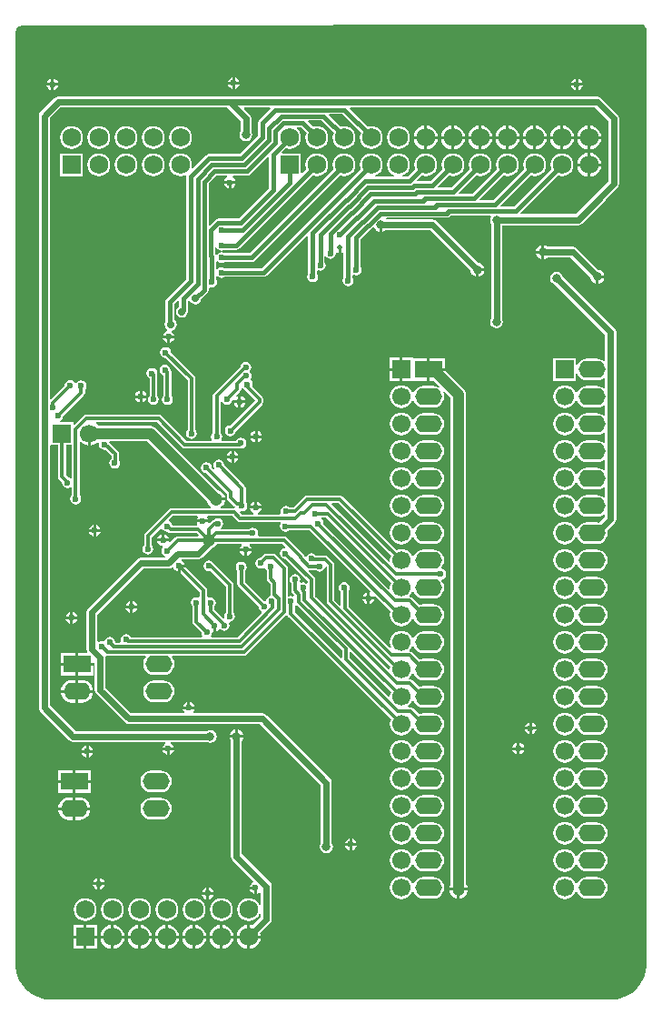
<source format=gbl>
G04*
G04 #@! TF.GenerationSoftware,Altium Limited,Altium Designer,21.0.8 (223)*
G04*
G04 Layer_Physical_Order=2*
G04 Layer_Color=16711680*
%FSLAX25Y25*%
%MOIN*%
G70*
G04*
G04 #@! TF.SameCoordinates,24B65C91-686E-4BDF-BE13-0E35A49C72FF*
G04*
G04*
G04 #@! TF.FilePolarity,Positive*
G04*
G01*
G75*
%ADD11C,0.02362*%
%ADD47C,0.01181*%
%ADD48C,0.01575*%
%ADD49C,0.03937*%
%ADD50C,0.06800*%
%ADD51R,0.06800X0.06800*%
%ADD52O,0.09843X0.06299*%
%ADD53R,0.09843X0.06299*%
%ADD54C,0.06693*%
%ADD55R,0.06693X0.06693*%
%ADD56R,0.06693X0.06693*%
%ADD57O,0.09843X0.06299*%
%ADD58R,0.09843X0.06299*%
%ADD59C,0.02362*%
%ADD60C,0.02756*%
%ADD61C,0.01968*%
%ADD62C,0.03150*%
%ADD63C,0.04724*%
G36*
X223578Y358404D02*
X223938Y358255D01*
X224262Y358038D01*
X224538Y357762D01*
X224755Y357438D01*
X224904Y357078D01*
X224980Y356695D01*
X224980Y356500D01*
X224980Y14001D01*
X224980Y13150D01*
X224758Y11463D01*
X224318Y9820D01*
X223667Y8248D01*
X222816Y6774D01*
X221780Y5424D01*
X220577Y4221D01*
X219227Y3185D01*
X217754Y2334D01*
X216181Y1683D01*
X214538Y1243D01*
X212850Y1021D01*
X211999Y1020D01*
X5649D01*
X3962Y1242D01*
X2319Y1682D01*
X747Y2333D01*
X-727Y3184D01*
X-2077Y4220D01*
X-3280Y5423D01*
X-4316Y6773D01*
X-5167Y8247D01*
X-5818Y9819D01*
X-6258Y11462D01*
X-6480Y13149D01*
X-6480Y14000D01*
X-6481Y356000D01*
Y356195D01*
X-6404Y356578D01*
X-6255Y356938D01*
X-6038Y357262D01*
X-5762Y357538D01*
X-5438Y357755D01*
X-5078Y357904D01*
X-4725Y357975D01*
X-4561Y357965D01*
X-4529Y357969D01*
X-4498Y357963D01*
X223002Y358481D01*
X223195D01*
X223578Y358404D01*
D02*
G37*
%LPC*%
G36*
X74000Y339124D02*
Y337500D01*
X75624D01*
X75555Y337851D01*
X75072Y338573D01*
X74351Y339055D01*
X74000Y339124D01*
D02*
G37*
G36*
X73000D02*
X72649Y339055D01*
X71927Y338573D01*
X71446Y337851D01*
X71376Y337500D01*
X73000D01*
Y339124D01*
D02*
G37*
G36*
X200000Y338624D02*
Y337000D01*
X201624D01*
X201554Y337351D01*
X201073Y338072D01*
X200351Y338555D01*
X200000Y338624D01*
D02*
G37*
G36*
X199000D02*
X198649Y338555D01*
X197927Y338072D01*
X197445Y337351D01*
X197376Y337000D01*
X199000D01*
Y338624D01*
D02*
G37*
G36*
X7500D02*
Y337000D01*
X9124D01*
X9055Y337351D01*
X8573Y338072D01*
X7851Y338555D01*
X7500Y338624D01*
D02*
G37*
G36*
X6500D02*
X6149Y338555D01*
X5427Y338072D01*
X4945Y337351D01*
X4876Y337000D01*
X6500D01*
Y338624D01*
D02*
G37*
G36*
X75624Y336500D02*
X74000D01*
Y334876D01*
X74351Y334945D01*
X75072Y335427D01*
X75555Y336149D01*
X75624Y336500D01*
D02*
G37*
G36*
X73000D02*
X71376D01*
X71446Y336149D01*
X71927Y335427D01*
X72649Y334945D01*
X73000Y334876D01*
Y336500D01*
D02*
G37*
G36*
X201624Y336000D02*
X200000D01*
Y334376D01*
X200351Y334445D01*
X201073Y334928D01*
X201554Y335649D01*
X201624Y336000D01*
D02*
G37*
G36*
X199000D02*
X197376D01*
X197445Y335649D01*
X197927Y334928D01*
X198649Y334445D01*
X199000Y334376D01*
Y336000D01*
D02*
G37*
G36*
X9124D02*
X7500D01*
Y334376D01*
X7851Y334445D01*
X8573Y334928D01*
X9055Y335649D01*
X9124Y336000D01*
D02*
G37*
G36*
X6500D02*
X4876D01*
X4945Y335649D01*
X5427Y334928D01*
X6149Y334445D01*
X6500Y334376D01*
Y336000D01*
D02*
G37*
G36*
X54000Y321223D02*
X52907Y321080D01*
X51888Y320658D01*
X51013Y319987D01*
X50342Y319112D01*
X49920Y318093D01*
X49777Y317000D01*
X49920Y315907D01*
X50342Y314888D01*
X51013Y314014D01*
X51888Y313342D01*
X52907Y312920D01*
X54000Y312776D01*
X55093Y312920D01*
X56112Y313342D01*
X56986Y314014D01*
X57658Y314888D01*
X58080Y315907D01*
X58223Y317000D01*
X58080Y318093D01*
X57658Y319112D01*
X56986Y319987D01*
X56112Y320658D01*
X55093Y321080D01*
X54000Y321223D01*
D02*
G37*
G36*
X44000D02*
X42907Y321080D01*
X41888Y320658D01*
X41014Y319987D01*
X40342Y319112D01*
X39920Y318093D01*
X39777Y317000D01*
X39920Y315907D01*
X40342Y314888D01*
X41014Y314014D01*
X41888Y313342D01*
X42907Y312920D01*
X44000Y312776D01*
X45093Y312920D01*
X46112Y313342D01*
X46986Y314014D01*
X47658Y314888D01*
X48080Y315907D01*
X48224Y317000D01*
X48080Y318093D01*
X47658Y319112D01*
X46986Y319987D01*
X46112Y320658D01*
X45093Y321080D01*
X44000Y321223D01*
D02*
G37*
G36*
X34000D02*
X32907Y321080D01*
X31888Y320658D01*
X31014Y319987D01*
X30342Y319112D01*
X29920Y318093D01*
X29776Y317000D01*
X29920Y315907D01*
X30342Y314888D01*
X31014Y314014D01*
X31888Y313342D01*
X32907Y312920D01*
X34000Y312776D01*
X35093Y312920D01*
X36112Y313342D01*
X36987Y314014D01*
X37658Y314888D01*
X38080Y315907D01*
X38223Y317000D01*
X38080Y318093D01*
X37658Y319112D01*
X36987Y319987D01*
X36112Y320658D01*
X35093Y321080D01*
X34000Y321223D01*
D02*
G37*
G36*
X24000D02*
X22907Y321080D01*
X21888Y320658D01*
X21013Y319987D01*
X20342Y319112D01*
X19920Y318093D01*
X19776Y317000D01*
X19920Y315907D01*
X20342Y314888D01*
X21013Y314014D01*
X21888Y313342D01*
X22907Y312920D01*
X24000Y312776D01*
X25093Y312920D01*
X26112Y313342D01*
X26987Y314014D01*
X27658Y314888D01*
X28080Y315907D01*
X28223Y317000D01*
X28080Y318093D01*
X27658Y319112D01*
X26987Y319987D01*
X26112Y320658D01*
X25093Y321080D01*
X24000Y321223D01*
D02*
G37*
G36*
X14000D02*
X12907Y321080D01*
X11888Y320658D01*
X11013Y319987D01*
X10342Y319112D01*
X9920Y318093D01*
X9776Y317000D01*
X9920Y315907D01*
X10342Y314888D01*
X11013Y314014D01*
X11888Y313342D01*
X12907Y312920D01*
X14000Y312776D01*
X15093Y312920D01*
X16112Y313342D01*
X16986Y314014D01*
X17658Y314888D01*
X18080Y315907D01*
X18224Y317000D01*
X18080Y318093D01*
X17658Y319112D01*
X16986Y319987D01*
X16112Y320658D01*
X15093Y321080D01*
X14000Y321223D01*
D02*
G37*
G36*
X207000Y332007D02*
X9000D01*
X8232Y331854D01*
X7581Y331419D01*
X2490Y326329D01*
X2055Y325677D01*
X1902Y324909D01*
Y108091D01*
X2055Y107323D01*
X2490Y106671D01*
X13081Y96081D01*
X13732Y95646D01*
X14500Y95493D01*
X48474D01*
X48491Y95448D01*
X48557Y94993D01*
X47927Y94573D01*
X47445Y93851D01*
X47376Y93500D01*
X51624D01*
X51555Y93851D01*
X51073Y94573D01*
X50443Y94993D01*
X50509Y95448D01*
X50526Y95493D01*
X63626D01*
X63952Y95275D01*
X64874Y95091D01*
X65796Y95275D01*
X66577Y95797D01*
X67099Y96578D01*
X67282Y97500D01*
X67099Y98422D01*
X66577Y99203D01*
X65796Y99725D01*
X64874Y99909D01*
X63952Y99725D01*
X63626Y99507D01*
X15331D01*
X5917Y108922D01*
Y204244D01*
X6366Y204366D01*
X6417Y204366D01*
X9095D01*
Y192676D01*
X9202Y192138D01*
X9507Y191682D01*
X10525Y190664D01*
X10493Y190500D01*
X10646Y189732D01*
X11081Y189081D01*
X11732Y188646D01*
X12500Y188493D01*
X13268Y188646D01*
X13595Y188864D01*
X14095Y188597D01*
Y185929D01*
X14081Y185919D01*
X13646Y185268D01*
X13493Y184500D01*
X13646Y183732D01*
X14081Y183081D01*
X14732Y182646D01*
X15500Y182493D01*
X16268Y182646D01*
X16919Y183081D01*
X17354Y183732D01*
X17507Y184500D01*
X17354Y185268D01*
X16919Y185919D01*
X16905Y185929D01*
Y205268D01*
X17214Y205372D01*
X17405Y205396D01*
X18308Y204703D01*
X19365Y204265D01*
X20000Y204182D01*
Y208500D01*
X21000D01*
Y204182D01*
X21635Y204265D01*
X22692Y204703D01*
X23544Y205358D01*
X23687Y205380D01*
X23812Y205289D01*
X24080Y204937D01*
X23993Y204500D01*
X24146Y203732D01*
X24581Y203081D01*
X25232Y202646D01*
X26000Y202493D01*
X26434Y202579D01*
X28595Y200418D01*
Y199230D01*
X28413Y199108D01*
X27978Y198457D01*
X27825Y197689D01*
X27978Y196921D01*
X28413Y196270D01*
X29064Y195835D01*
X29833Y195682D01*
X30601Y195835D01*
X31252Y196270D01*
X31687Y196921D01*
X31840Y197689D01*
X31687Y198457D01*
X31405Y198879D01*
Y201000D01*
X31298Y201538D01*
X30994Y201993D01*
X27888Y205099D01*
X27864Y205220D01*
X27886Y205353D01*
X28082Y205720D01*
X41849D01*
X63691Y183878D01*
X63724Y183622D01*
X64063Y182804D01*
X64602Y182102D01*
X65208Y181637D01*
X65130Y181235D01*
X65077Y181137D01*
X50613D01*
X50075Y181030D01*
X49619Y180725D01*
X41006Y172113D01*
X40702Y171657D01*
X40595Y171119D01*
Y167622D01*
X40581Y167612D01*
X40146Y166961D01*
X39993Y166193D01*
X40146Y165425D01*
X40581Y164774D01*
X41232Y164339D01*
X42000Y164186D01*
X42768Y164339D01*
X43419Y164774D01*
X43854Y165425D01*
X44007Y166193D01*
X43854Y166961D01*
X43419Y167612D01*
X43405Y167622D01*
Y170537D01*
X46662Y173794D01*
X47210Y173635D01*
X47581Y173081D01*
X48232Y172646D01*
X49000Y172493D01*
X49252Y172543D01*
X49289Y172506D01*
X49745Y172202D01*
X50282Y172095D01*
X59918D01*
X60646Y171367D01*
X60455Y170905D01*
X53000D01*
X52462Y170798D01*
X52007Y170493D01*
X50141Y168628D01*
X49680Y168874D01*
X49705Y169000D01*
X45456D01*
X45526Y168649D01*
X46008Y167928D01*
X46730Y167446D01*
X47301Y167332D01*
X47380Y167216D01*
X47493Y166788D01*
X47146Y166268D01*
X46993Y165500D01*
X47146Y164732D01*
X47581Y164081D01*
X48105Y163730D01*
X48267Y163270D01*
X48280Y163126D01*
X48192Y163007D01*
X39500D01*
X38732Y162854D01*
X38081Y162419D01*
X20081Y144419D01*
X19646Y143768D01*
X19493Y143000D01*
Y129355D01*
X19633Y128650D01*
X19566Y128438D01*
X19412Y128150D01*
X16500D01*
Y124500D01*
X21921D01*
Y124918D01*
X22421Y125185D01*
X22493Y125137D01*
Y114510D01*
X22646Y113742D01*
X23081Y113091D01*
X33590Y102581D01*
X34242Y102146D01*
X35010Y101993D01*
X83169D01*
X105493Y79669D01*
Y58248D01*
X105275Y57922D01*
X105092Y57000D01*
X105275Y56078D01*
X105797Y55297D01*
X106578Y54775D01*
X107500Y54592D01*
X108422Y54775D01*
X109203Y55297D01*
X109725Y56078D01*
X109908Y57000D01*
X109725Y57922D01*
X109507Y58248D01*
Y80500D01*
X109354Y81268D01*
X108919Y81919D01*
X85419Y105419D01*
X84768Y105854D01*
X84000Y106007D01*
X58775D01*
X58626Y106507D01*
X59054Y107149D01*
X59124Y107500D01*
X54876D01*
X54945Y107149D01*
X55374Y106507D01*
X55225Y106007D01*
X35841D01*
X26507Y115341D01*
Y126355D01*
X26416Y126813D01*
X26469Y126900D01*
X26849Y127198D01*
X27207Y127127D01*
X41048D01*
X41281Y126627D01*
X40789Y125986D01*
X40393Y125028D01*
X40257Y124000D01*
X40393Y122972D01*
X40789Y122014D01*
X41420Y121192D01*
X42243Y120561D01*
X43201Y120164D01*
X44228Y120029D01*
X47772D01*
X48799Y120164D01*
X49757Y120561D01*
X50580Y121192D01*
X51211Y122014D01*
X51607Y122972D01*
X51743Y124000D01*
X51607Y125028D01*
X51211Y125986D01*
X50719Y126627D01*
X50951Y127127D01*
X77315D01*
X77853Y127234D01*
X78309Y127538D01*
X92717Y141947D01*
X92879Y141943D01*
X93303Y141825D01*
X93534Y141479D01*
X131254Y103759D01*
X130973Y103079D01*
X130831Y102000D01*
X130973Y100921D01*
X131389Y99915D01*
X132052Y99052D01*
X132915Y98389D01*
X133921Y97973D01*
X135000Y97830D01*
X136079Y97973D01*
X137085Y98389D01*
X137948Y99052D01*
X138611Y99915D01*
X138950Y100734D01*
X139489Y100739D01*
X139789Y100014D01*
X140420Y99192D01*
X141243Y98561D01*
X142201Y98164D01*
X143228Y98029D01*
X146772D01*
X147799Y98164D01*
X148757Y98561D01*
X149580Y99192D01*
X150211Y100014D01*
X150607Y100972D01*
X150743Y102000D01*
X150607Y103028D01*
X150211Y103986D01*
X149580Y104808D01*
X148757Y105439D01*
X147799Y105836D01*
X146772Y105971D01*
X143228D01*
X142201Y105836D01*
X141620Y105595D01*
X139497Y107718D01*
X139042Y108022D01*
X138504Y108129D01*
X137568D01*
X137398Y108629D01*
X137948Y109052D01*
X138611Y109915D01*
X138950Y110734D01*
X139489Y110739D01*
X139789Y110014D01*
X140420Y109192D01*
X141243Y108561D01*
X142201Y108164D01*
X143228Y108029D01*
X146772D01*
X147799Y108164D01*
X148757Y108561D01*
X149580Y109192D01*
X150211Y110014D01*
X150607Y110972D01*
X150743Y112000D01*
X150607Y113028D01*
X150211Y113986D01*
X149580Y114808D01*
X148757Y115439D01*
X147799Y115836D01*
X146772Y115971D01*
X143228D01*
X142201Y115836D01*
X141620Y115595D01*
X139222Y117993D01*
X138766Y118298D01*
X138228Y118405D01*
X137883D01*
X137723Y118878D01*
X137948Y119052D01*
X138611Y119915D01*
X138950Y120734D01*
X139489Y120739D01*
X139789Y120015D01*
X140420Y119192D01*
X141243Y118561D01*
X142201Y118164D01*
X143228Y118029D01*
X146772D01*
X147799Y118164D01*
X148757Y118561D01*
X149580Y119192D01*
X150211Y120015D01*
X150607Y120972D01*
X150743Y122000D01*
X150607Y123028D01*
X150211Y123986D01*
X149580Y124808D01*
X148757Y125439D01*
X147799Y125836D01*
X146772Y125971D01*
X143228D01*
X142201Y125836D01*
X141620Y125595D01*
X138946Y128269D01*
X138490Y128574D01*
X138217Y128628D01*
X138130Y128766D01*
X138038Y129168D01*
X138611Y129915D01*
X138950Y130734D01*
X139489Y130739D01*
X139789Y130015D01*
X140420Y129192D01*
X141243Y128561D01*
X142201Y128164D01*
X143228Y128029D01*
X146772D01*
X147799Y128164D01*
X148757Y128561D01*
X149580Y129192D01*
X150211Y130015D01*
X150607Y130972D01*
X150743Y132000D01*
X150607Y133028D01*
X150211Y133985D01*
X149580Y134808D01*
X148757Y135439D01*
X147799Y135836D01*
X146772Y135971D01*
X143228D01*
X142201Y135836D01*
X141243Y135439D01*
X140420Y134808D01*
X139789Y133985D01*
X139489Y133261D01*
X138950Y133266D01*
X138611Y134085D01*
X137948Y134948D01*
X137085Y135611D01*
X136079Y136027D01*
X135000Y136170D01*
X133921Y136027D01*
X132915Y135611D01*
X132052Y134948D01*
X131389Y134085D01*
X130973Y133079D01*
X130831Y132000D01*
X130973Y130921D01*
X131289Y130158D01*
X130865Y129875D01*
X115693Y145046D01*
Y150960D01*
X115917Y151294D01*
X116069Y152062D01*
X115917Y152830D01*
X115481Y153481D01*
X114830Y153917D01*
X114062Y154069D01*
X113294Y153917D01*
X112643Y153481D01*
X112208Y152830D01*
X112055Y152062D01*
X112208Y151294D01*
X112643Y150643D01*
X112883Y150483D01*
Y145725D01*
X112421Y145534D01*
X110405Y147550D01*
Y160500D01*
X110298Y161038D01*
X109994Y161494D01*
X108039Y163448D01*
X107583Y163753D01*
X107045Y163860D01*
X103614D01*
X103453Y164100D01*
X102802Y164535D01*
X102034Y164688D01*
X101266Y164535D01*
X100615Y164100D01*
X100244Y163546D01*
X99696Y163386D01*
X99361Y163722D01*
X99298Y164038D01*
X98993Y164494D01*
X92993Y170493D01*
X92538Y170798D01*
X92000Y170905D01*
X82696D01*
X82390Y171405D01*
X82507Y171993D01*
X82354Y172761D01*
X81919Y173412D01*
X81268Y173847D01*
X80500Y174000D01*
X79732Y173847D01*
X79081Y173412D01*
X79071Y173398D01*
X68920D01*
X68768Y173898D01*
X69089Y174112D01*
X69524Y174763D01*
X69677Y175531D01*
X69524Y176300D01*
X69089Y176951D01*
X68438Y177386D01*
X67670Y177539D01*
X66902Y177386D01*
X66251Y176951D01*
X66197Y176870D01*
X65994Y176830D01*
X65538Y176525D01*
X64641Y175628D01*
X64180Y175874D01*
X64205Y176000D01*
X59956D01*
X60026Y175649D01*
X60189Y175405D01*
X59922Y174905D01*
X50927D01*
X50854Y175268D01*
X50419Y175919D01*
X49865Y176290D01*
X49706Y176838D01*
X51195Y178327D01*
X60077D01*
X60344Y177827D01*
X60026Y177351D01*
X59956Y177000D01*
X64205D01*
X64135Y177351D01*
X63817Y177827D01*
X64085Y178327D01*
X73078D01*
X74899Y176506D01*
X75354Y176202D01*
X75892Y176095D01*
X90597D01*
X90864Y175595D01*
X90646Y175268D01*
X90493Y174500D01*
X90646Y173732D01*
X91081Y173081D01*
X91732Y172646D01*
X92500Y172493D01*
X93268Y172646D01*
X93919Y173081D01*
X93929Y173095D01*
X101299D01*
X123619Y150775D01*
X123500Y150552D01*
Y148664D01*
X125387D01*
X125610Y148784D01*
X131073Y143321D01*
X130973Y143079D01*
X130831Y142000D01*
X130973Y140921D01*
X131389Y139915D01*
X132052Y139052D01*
X132915Y138389D01*
X133921Y137973D01*
X135000Y137830D01*
X136079Y137973D01*
X137085Y138389D01*
X137948Y139052D01*
X138611Y139915D01*
X138950Y140734D01*
X139489Y140739D01*
X139789Y140015D01*
X140420Y139192D01*
X141243Y138561D01*
X142201Y138164D01*
X143228Y138029D01*
X146772D01*
X147799Y138164D01*
X148757Y138561D01*
X149580Y139192D01*
X150211Y140015D01*
X150607Y140972D01*
X150743Y142000D01*
X150607Y143028D01*
X150211Y143985D01*
X149580Y144808D01*
X148757Y145439D01*
X147799Y145836D01*
X146772Y145971D01*
X143228D01*
X142201Y145836D01*
X141620Y145595D01*
X138946Y148269D01*
X138490Y148574D01*
X138217Y148628D01*
X138130Y148766D01*
X138038Y149169D01*
X138611Y149915D01*
X138950Y150734D01*
X139489Y150739D01*
X139789Y150014D01*
X140420Y149192D01*
X141243Y148561D01*
X142201Y148164D01*
X143228Y148029D01*
X146772D01*
X147799Y148164D01*
X148757Y148561D01*
X149580Y149192D01*
X150211Y150014D01*
X150607Y150972D01*
X150743Y152000D01*
X150607Y153028D01*
X150211Y153986D01*
X149785Y154540D01*
X149993Y155091D01*
X150268Y155146D01*
X150919Y155581D01*
X151354Y156232D01*
X151507Y157000D01*
X151354Y157768D01*
X150919Y158419D01*
X150268Y158854D01*
X149993Y158909D01*
X149785Y159460D01*
X150211Y160014D01*
X150607Y160972D01*
X150743Y162000D01*
X150607Y163028D01*
X150211Y163986D01*
X149580Y164808D01*
X148757Y165439D01*
X147799Y165836D01*
X146772Y165971D01*
X143228D01*
X142201Y165836D01*
X141243Y165439D01*
X140420Y164808D01*
X139789Y163986D01*
X139489Y163261D01*
X138950Y163266D01*
X138611Y164085D01*
X137948Y164948D01*
X137085Y165611D01*
X136079Y166027D01*
X135000Y166170D01*
X133921Y166027D01*
X133241Y165746D01*
X113525Y185462D01*
X113069Y185766D01*
X112531Y185873D01*
X100394D01*
X99856Y185766D01*
X99401Y185462D01*
X95364Y181425D01*
X94109D01*
X94073Y181478D01*
X93422Y181913D01*
X92654Y182066D01*
X91886Y181913D01*
X91235Y181478D01*
X90800Y180827D01*
X90647Y180059D01*
X90777Y179405D01*
X90502Y178905D01*
X82452D01*
X82402Y179405D01*
X82497Y179424D01*
X83218Y179906D01*
X83700Y180627D01*
X83770Y180978D01*
X79521D01*
X79591Y180627D01*
X80073Y179906D01*
X80795Y179424D01*
X80889Y179405D01*
X80840Y178905D01*
X76474D01*
X75789Y179590D01*
X76036Y180050D01*
X76506Y179957D01*
X77274Y180110D01*
X77925Y180545D01*
X78360Y181196D01*
X78513Y181964D01*
X78360Y182732D01*
X77925Y183383D01*
X77905Y183396D01*
Y188500D01*
X77798Y189038D01*
X77493Y189494D01*
X70004Y196983D01*
X70007Y197000D01*
X69854Y197768D01*
X69419Y198419D01*
X68768Y198854D01*
X68000Y199007D01*
X67232Y198854D01*
X66581Y198419D01*
X66146Y197768D01*
X65993Y197000D01*
X66146Y196232D01*
X66350Y195927D01*
X66287Y195767D01*
X66048Y195478D01*
X66005Y195482D01*
X65504Y195983D01*
X65507Y196000D01*
X65354Y196768D01*
X64919Y197419D01*
X64268Y197854D01*
X63500Y198007D01*
X62732Y197854D01*
X62081Y197419D01*
X61646Y196768D01*
X61493Y196000D01*
X61646Y195232D01*
X62081Y194581D01*
X62732Y194146D01*
X63500Y193993D01*
X63517Y193996D01*
X71095Y186418D01*
Y184952D01*
X71202Y184414D01*
X71507Y183958D01*
X73751Y181714D01*
X73933Y181592D01*
X73738Y181121D01*
X73660Y181137D01*
X68923D01*
X68870Y181235D01*
X68792Y181637D01*
X69398Y182102D01*
X69937Y182804D01*
X70276Y183622D01*
X70325Y184000D01*
X67000D01*
Y185000D01*
X70325D01*
X70276Y185378D01*
X69937Y186196D01*
X69398Y186898D01*
X68696Y187437D01*
X67878Y187776D01*
X67622Y187809D01*
X44965Y210466D01*
X44390Y210907D01*
X43719Y211185D01*
X43000Y211280D01*
X23846D01*
X23600Y211600D01*
X22955Y212095D01*
X23124Y212595D01*
X45418D01*
X54507Y203506D01*
X54962Y203202D01*
X55500Y203095D01*
X75704D01*
X76218Y202993D01*
X76986Y203146D01*
X77637Y203581D01*
X78072Y204232D01*
X78225Y205000D01*
X78072Y205768D01*
X77637Y206419D01*
X76986Y206854D01*
X76218Y207007D01*
X75450Y206854D01*
X74798Y206419D01*
X74455Y205905D01*
X69184D01*
X68948Y206346D01*
X69086Y206553D01*
X69239Y207321D01*
X69086Y208089D01*
X68651Y208740D01*
X68637Y208750D01*
Y220227D01*
X69137Y220276D01*
X69146Y220232D01*
X69581Y219581D01*
X70232Y219146D01*
X71000Y218993D01*
X71768Y219146D01*
X72419Y219581D01*
X72854Y220232D01*
X72986Y220892D01*
X73159Y220994D01*
X73516Y220773D01*
X73599Y220645D01*
X73593Y220614D01*
X75218D01*
Y222238D01*
X74866Y222169D01*
X74855Y222161D01*
X74536Y222549D01*
X75856Y223869D01*
X76161Y224325D01*
X76268Y224863D01*
Y225397D01*
X76768Y225549D01*
X77081Y225081D01*
X77407Y224863D01*
X77428Y224758D01*
X77732Y224302D01*
X81431Y220603D01*
X72332Y211504D01*
X72315Y211507D01*
X71547Y211354D01*
X70896Y210919D01*
X70461Y210268D01*
X70308Y209500D01*
X70461Y208732D01*
X70896Y208081D01*
X71547Y207646D01*
X72315Y207493D01*
X73083Y207646D01*
X73734Y208081D01*
X74169Y208732D01*
X74322Y209500D01*
X74319Y209517D01*
X83922Y219121D01*
X84227Y219576D01*
X84334Y220114D01*
Y221093D01*
X84227Y221630D01*
X83922Y222086D01*
X80323Y225685D01*
X80354Y225732D01*
X80507Y226500D01*
X80354Y227268D01*
X79919Y227919D01*
X79862Y227957D01*
X79729Y228639D01*
X79905Y228902D01*
X80058Y229670D01*
X79905Y230438D01*
X79470Y231089D01*
X79526Y231653D01*
X79791Y232050D01*
X79944Y232818D01*
X79791Y233586D01*
X79356Y234237D01*
X78705Y234672D01*
X77937Y234825D01*
X77169Y234672D01*
X76518Y234237D01*
X76082Y233586D01*
X76013Y233238D01*
X66238Y223464D01*
X65934Y223008D01*
X65827Y222470D01*
Y208750D01*
X65813Y208740D01*
X65378Y208089D01*
X65225Y207321D01*
X65378Y206553D01*
X65516Y206346D01*
X65280Y205905D01*
X56082D01*
X46993Y214993D01*
X46538Y215298D01*
X46000Y215405D01*
X19319D01*
X18781Y215298D01*
X18325Y214993D01*
X15096Y211764D01*
X14634Y211955D01*
Y212634D01*
X9758D01*
X9708Y213134D01*
X9768Y213146D01*
X10419Y213581D01*
X10854Y214232D01*
X11007Y215000D01*
X11004Y215017D01*
X18494Y222507D01*
X18798Y222962D01*
X18905Y223500D01*
Y224571D01*
X18919Y224581D01*
X19354Y225232D01*
X19507Y226000D01*
X19354Y226768D01*
X18919Y227419D01*
X18268Y227854D01*
X17500Y228007D01*
X16732Y227854D01*
X16081Y227419D01*
X15830Y227045D01*
X15734Y227020D01*
X15252Y227079D01*
X14919Y227577D01*
X14268Y228012D01*
X13500Y228165D01*
X12732Y228012D01*
X12081Y227577D01*
X11646Y226926D01*
X11493Y226157D01*
X11496Y226141D01*
X6417Y221061D01*
X5917Y221268D01*
Y324078D01*
X9831Y327993D01*
X71169D01*
X75993Y323169D01*
Y319248D01*
X75775Y318922D01*
X75591Y318000D01*
X75775Y317078D01*
X76297Y316297D01*
X77078Y315775D01*
X78000Y315592D01*
X78922Y315775D01*
X79703Y316297D01*
X80225Y317078D01*
X80409Y318000D01*
X80225Y318922D01*
X80007Y319248D01*
Y324000D01*
X79854Y324768D01*
X79419Y325419D01*
X77307Y327531D01*
X77499Y327993D01*
X86728D01*
X86920Y327531D01*
X83022Y323633D01*
X82674Y323112D01*
X82551Y322498D01*
X82551Y322498D01*
Y317844D01*
X75675Y310968D01*
X64511D01*
X63896Y310846D01*
X63375Y310498D01*
X63375Y310497D01*
X58505Y305627D01*
X58080Y305907D01*
X58223Y307000D01*
X58080Y308093D01*
X57658Y309112D01*
X56986Y309986D01*
X56112Y310658D01*
X55093Y311080D01*
X54000Y311224D01*
X52907Y311080D01*
X51888Y310658D01*
X51013Y309986D01*
X50342Y309112D01*
X49920Y308093D01*
X49777Y307000D01*
X49920Y305907D01*
X50342Y304888D01*
X51013Y304013D01*
X51888Y303342D01*
X52907Y302920D01*
X54000Y302777D01*
X55093Y302920D01*
X55822Y303222D01*
X56260Y302863D01*
X56224Y302681D01*
X56224Y302681D01*
Y265165D01*
X48865Y257806D01*
X48517Y257285D01*
X48394Y256670D01*
X48394Y256670D01*
Y249394D01*
X48321Y249285D01*
X48153Y248440D01*
X48321Y247595D01*
X48800Y246879D01*
X49163Y246636D01*
X49058Y246105D01*
X48803Y246055D01*
X48081Y245572D01*
X47599Y244851D01*
X47529Y244500D01*
X51778D01*
X51708Y244851D01*
X51226Y245572D01*
X50854Y245821D01*
X50960Y246352D01*
X51206Y246400D01*
X51922Y246879D01*
X52401Y247595D01*
X52569Y248440D01*
X52401Y249285D01*
X51922Y250001D01*
X51606Y250213D01*
Y256005D01*
X52932Y257332D01*
X53394Y257141D01*
Y255016D01*
X52939Y254712D01*
X52460Y253995D01*
X52292Y253151D01*
X52460Y252306D01*
X52939Y251589D01*
X53655Y251111D01*
X54500Y250943D01*
X55345Y251111D01*
X56061Y251589D01*
X56540Y252306D01*
X56708Y253151D01*
X56606Y253664D01*
Y257207D01*
X56947Y257487D01*
X57426Y257328D01*
X57460Y257155D01*
X57939Y256439D01*
X58655Y255960D01*
X59500Y255792D01*
X60345Y255960D01*
X61061Y256439D01*
X61540Y257155D01*
X61692Y257921D01*
X63806Y260035D01*
X64154Y260556D01*
X64276Y261170D01*
X64276Y261170D01*
Y261845D01*
X64776Y262122D01*
X65426Y261993D01*
X66194Y262146D01*
X66845Y262581D01*
X67281Y263232D01*
X67433Y264000D01*
X67281Y264768D01*
X67032Y265140D01*
Y266054D01*
X67532Y266205D01*
X67581Y266132D01*
X68232Y265697D01*
X69000Y265544D01*
X69768Y265697D01*
X70140Y265946D01*
X84551D01*
X84551Y265946D01*
X85166Y266068D01*
X85687Y266416D01*
X100432Y281162D01*
X100894Y280970D01*
Y267140D01*
X100646Y266768D01*
X100493Y266000D01*
X100646Y265232D01*
X101081Y264581D01*
X101732Y264146D01*
X102500Y263993D01*
X103268Y264146D01*
X103919Y264581D01*
X104354Y265232D01*
X104507Y266000D01*
X104354Y266768D01*
X104106Y267140D01*
Y268090D01*
X104606Y268366D01*
X105256Y268237D01*
X106024Y268390D01*
X106675Y268825D01*
X107110Y269476D01*
X107263Y270244D01*
X107110Y271012D01*
X106862Y271384D01*
Y273257D01*
X107362Y273409D01*
X107581Y273081D01*
X108232Y272646D01*
X109000Y272493D01*
X109768Y272646D01*
X110419Y273081D01*
X110854Y273732D01*
X111007Y274500D01*
X110986Y274604D01*
X111436Y274905D01*
X111726Y274712D01*
X112000Y274657D01*
Y276581D01*
X113000D01*
Y274657D01*
X113274Y274712D01*
X113453Y274831D01*
X113894Y274596D01*
Y265640D01*
X113646Y265268D01*
X113493Y264500D01*
X113646Y263732D01*
X114081Y263081D01*
X114732Y262646D01*
X115500Y262493D01*
X116268Y262646D01*
X116919Y263081D01*
X117354Y263732D01*
X117507Y264500D01*
X117354Y265268D01*
X117106Y265640D01*
Y266534D01*
X117547Y266770D01*
X117732Y266646D01*
X118500Y266493D01*
X119268Y266646D01*
X119919Y267081D01*
X120354Y267732D01*
X120507Y268500D01*
X120354Y269268D01*
X120106Y269640D01*
Y279789D01*
X124530Y284213D01*
X125097Y284073D01*
X125251Y283701D01*
X125664Y283164D01*
X126201Y282751D01*
X126828Y282491D01*
X127000Y282469D01*
Y285000D01*
X128000D01*
Y282469D01*
X128172Y282491D01*
X128798Y282751D01*
X129114Y282993D01*
X145669D01*
X160440Y268222D01*
X160492Y267828D01*
X160751Y267201D01*
X161164Y266664D01*
X161702Y266251D01*
X162328Y265991D01*
X162500Y265969D01*
Y268500D01*
X163000D01*
Y269000D01*
X165531D01*
X165508Y269172D01*
X165249Y269798D01*
X164836Y270336D01*
X164298Y270749D01*
X163672Y271008D01*
X163278Y271060D01*
X147919Y286419D01*
X147268Y286854D01*
X146500Y287007D01*
X129517D01*
X129462Y287083D01*
X129719Y287583D01*
X151712D01*
X151712Y287583D01*
X152326Y287706D01*
X152847Y288054D01*
X153188Y288394D01*
X167718D01*
X167954Y287953D01*
X167775Y287685D01*
X167592Y286764D01*
X167775Y285842D01*
X167993Y285516D01*
Y250748D01*
X167775Y250422D01*
X167592Y249500D01*
X167775Y248578D01*
X168297Y247797D01*
X169078Y247275D01*
X170000Y247092D01*
X170922Y247275D01*
X171703Y247797D01*
X172225Y248578D01*
X172408Y249500D01*
X172225Y250422D01*
X172007Y250748D01*
Y284907D01*
X199914D01*
X200682Y285060D01*
X201334Y285495D01*
X209919Y294081D01*
X209919Y294081D01*
X214419Y298581D01*
X214854Y299232D01*
X215007Y300000D01*
Y324000D01*
X214854Y324768D01*
X214419Y325419D01*
X208419Y331419D01*
X207768Y331854D01*
X207000Y332007D01*
D02*
G37*
G36*
X18187Y311187D02*
X9813D01*
Y302813D01*
X18187D01*
Y311187D01*
D02*
G37*
G36*
X44000Y311224D02*
X42907Y311080D01*
X41888Y310658D01*
X41014Y309986D01*
X40342Y309112D01*
X39920Y308093D01*
X39777Y307000D01*
X39920Y305907D01*
X40342Y304888D01*
X41014Y304013D01*
X41888Y303342D01*
X42907Y302920D01*
X44000Y302777D01*
X45093Y302920D01*
X46112Y303342D01*
X46986Y304013D01*
X47658Y304888D01*
X48080Y305907D01*
X48224Y307000D01*
X48080Y308093D01*
X47658Y309112D01*
X46986Y309986D01*
X46112Y310658D01*
X45093Y311080D01*
X44000Y311224D01*
D02*
G37*
G36*
X34000D02*
X32907Y311080D01*
X31888Y310658D01*
X31014Y309986D01*
X30342Y309112D01*
X29920Y308093D01*
X29776Y307000D01*
X29920Y305907D01*
X30342Y304888D01*
X31014Y304013D01*
X31888Y303342D01*
X32907Y302920D01*
X34000Y302777D01*
X35093Y302920D01*
X36112Y303342D01*
X36987Y304013D01*
X37658Y304888D01*
X38080Y305907D01*
X38223Y307000D01*
X38080Y308093D01*
X37658Y309112D01*
X36987Y309986D01*
X36112Y310658D01*
X35093Y311080D01*
X34000Y311224D01*
D02*
G37*
G36*
X24000D02*
X22907Y311080D01*
X21888Y310658D01*
X21013Y309986D01*
X20342Y309112D01*
X19920Y308093D01*
X19776Y307000D01*
X19920Y305907D01*
X20342Y304888D01*
X21013Y304013D01*
X21888Y303342D01*
X22907Y302920D01*
X24000Y302777D01*
X25093Y302920D01*
X26112Y303342D01*
X26987Y304013D01*
X27658Y304888D01*
X28080Y305907D01*
X28223Y307000D01*
X28080Y308093D01*
X27658Y309112D01*
X26987Y309986D01*
X26112Y310658D01*
X25093Y311080D01*
X24000Y311224D01*
D02*
G37*
G36*
X186500Y277531D02*
X186328Y277508D01*
X185702Y277249D01*
X185164Y276836D01*
X184751Y276298D01*
X184492Y275672D01*
X184469Y275500D01*
X186500D01*
Y277531D01*
D02*
G37*
G36*
Y274500D02*
X184469D01*
X184492Y274328D01*
X184751Y273702D01*
X185164Y273164D01*
X185702Y272751D01*
X186328Y272492D01*
X186500Y272469D01*
Y274500D01*
D02*
G37*
G36*
X165531Y268000D02*
X163500D01*
Y265969D01*
X163672Y265991D01*
X164298Y266251D01*
X164836Y266664D01*
X165249Y267201D01*
X165508Y267828D01*
X165531Y268000D01*
D02*
G37*
G36*
X209531Y265500D02*
X207500D01*
Y263469D01*
X207672Y263492D01*
X208298Y263751D01*
X208836Y264164D01*
X209249Y264702D01*
X209508Y265328D01*
X209531Y265500D01*
D02*
G37*
G36*
X187500Y277531D02*
Y275000D01*
Y272469D01*
X187672Y272492D01*
X188298Y272751D01*
X188614Y272993D01*
X197169D01*
X204440Y265722D01*
X204491Y265328D01*
X204751Y264702D01*
X205164Y264164D01*
X205701Y263751D01*
X206328Y263492D01*
X206500Y263469D01*
Y266000D01*
X207000D01*
Y266500D01*
X209531D01*
X209508Y266672D01*
X209249Y267299D01*
X208836Y267836D01*
X208298Y268249D01*
X207672Y268509D01*
X207278Y268560D01*
X199419Y276419D01*
X198768Y276854D01*
X198000Y277007D01*
X188614D01*
X188298Y277249D01*
X187672Y277508D01*
X187500Y277531D01*
D02*
G37*
G36*
X51778Y243500D02*
X50153D01*
Y241876D01*
X50504Y241945D01*
X51226Y242427D01*
X51708Y243149D01*
X51778Y243500D01*
D02*
G37*
G36*
X49154D02*
X47529D01*
X47599Y243149D01*
X48081Y242427D01*
X48803Y241945D01*
X49154Y241876D01*
Y243500D01*
D02*
G37*
G36*
X192000Y267909D02*
X191078Y267725D01*
X190297Y267203D01*
X189775Y266422D01*
X189592Y265500D01*
X189775Y264578D01*
X190297Y263797D01*
X191078Y263275D01*
X191463Y263198D01*
X209883Y244779D01*
Y235206D01*
X209383Y234959D01*
X208757Y235439D01*
X207799Y235836D01*
X206772Y235971D01*
X203228D01*
X202201Y235836D01*
X201243Y235439D01*
X200420Y234808D01*
X199789Y233985D01*
X199634Y233610D01*
X199134Y233710D01*
Y236134D01*
X190866D01*
Y227866D01*
X199134D01*
Y230291D01*
X199634Y230390D01*
X199789Y230014D01*
X200420Y229192D01*
X201243Y228561D01*
X202201Y228164D01*
X203228Y228029D01*
X206772D01*
X207799Y228164D01*
X208757Y228561D01*
X209383Y229041D01*
X209883Y228795D01*
Y225205D01*
X209383Y224959D01*
X208757Y225439D01*
X207799Y225836D01*
X206772Y225971D01*
X203228D01*
X202201Y225836D01*
X201243Y225439D01*
X200420Y224808D01*
X199789Y223986D01*
X199489Y223261D01*
X198950Y223266D01*
X198611Y224085D01*
X197948Y224948D01*
X197085Y225611D01*
X196079Y226027D01*
X195000Y226169D01*
X193921Y226027D01*
X192915Y225611D01*
X192052Y224948D01*
X191389Y224085D01*
X190973Y223079D01*
X190831Y222000D01*
X190973Y220921D01*
X191389Y219915D01*
X192052Y219052D01*
X192915Y218389D01*
X193921Y217973D01*
X195000Y217830D01*
X196079Y217973D01*
X197085Y218389D01*
X197948Y219052D01*
X198611Y219915D01*
X198950Y220734D01*
X199489Y220739D01*
X199789Y220015D01*
X200420Y219192D01*
X201243Y218561D01*
X202201Y218164D01*
X203228Y218029D01*
X206772D01*
X207799Y218164D01*
X208757Y218561D01*
X209383Y219041D01*
X209883Y218794D01*
Y215206D01*
X209383Y214959D01*
X208757Y215439D01*
X207799Y215836D01*
X206772Y215971D01*
X203228D01*
X202201Y215836D01*
X201243Y215439D01*
X200420Y214808D01*
X199789Y213985D01*
X199489Y213261D01*
X198950Y213266D01*
X198611Y214085D01*
X197948Y214948D01*
X197085Y215611D01*
X196079Y216027D01*
X195000Y216170D01*
X193921Y216027D01*
X192915Y215611D01*
X192052Y214948D01*
X191389Y214085D01*
X190973Y213079D01*
X190831Y212000D01*
X190973Y210921D01*
X191389Y209915D01*
X192052Y209052D01*
X192915Y208389D01*
X193921Y207973D01*
X195000Y207831D01*
X196079Y207973D01*
X197085Y208389D01*
X197948Y209052D01*
X198611Y209915D01*
X198950Y210734D01*
X199489Y210739D01*
X199789Y210015D01*
X200420Y209192D01*
X201243Y208561D01*
X202201Y208164D01*
X203228Y208029D01*
X206772D01*
X207799Y208164D01*
X208757Y208561D01*
X209383Y209041D01*
X209883Y208794D01*
Y205205D01*
X209383Y204959D01*
X208757Y205439D01*
X207799Y205836D01*
X206772Y205971D01*
X203228D01*
X202201Y205836D01*
X201243Y205439D01*
X200420Y204808D01*
X199789Y203986D01*
X199489Y203261D01*
X198950Y203266D01*
X198611Y204085D01*
X197948Y204948D01*
X197085Y205611D01*
X196079Y206027D01*
X195000Y206170D01*
X193921Y206027D01*
X192915Y205611D01*
X192052Y204948D01*
X191389Y204085D01*
X190973Y203079D01*
X190831Y202000D01*
X190973Y200921D01*
X191389Y199915D01*
X192052Y199052D01*
X192915Y198389D01*
X193921Y197973D01*
X195000Y197830D01*
X196079Y197973D01*
X197085Y198389D01*
X197948Y199052D01*
X198611Y199915D01*
X198950Y200734D01*
X199489Y200739D01*
X199789Y200014D01*
X200420Y199192D01*
X201243Y198561D01*
X202201Y198164D01*
X203228Y198029D01*
X206772D01*
X207799Y198164D01*
X208757Y198561D01*
X209383Y199041D01*
X209883Y198794D01*
Y195205D01*
X209383Y194959D01*
X208757Y195439D01*
X207799Y195836D01*
X206772Y195971D01*
X203228D01*
X202201Y195836D01*
X201243Y195439D01*
X200420Y194808D01*
X199789Y193985D01*
X199489Y193261D01*
X198950Y193266D01*
X198611Y194085D01*
X197948Y194948D01*
X197085Y195611D01*
X196079Y196027D01*
X195000Y196169D01*
X193921Y196027D01*
X192915Y195611D01*
X192052Y194948D01*
X191389Y194085D01*
X190973Y193079D01*
X190831Y192000D01*
X190973Y190921D01*
X191389Y189915D01*
X192052Y189052D01*
X192915Y188389D01*
X193921Y187973D01*
X195000Y187830D01*
X196079Y187973D01*
X197085Y188389D01*
X197948Y189052D01*
X198611Y189915D01*
X198950Y190734D01*
X199489Y190739D01*
X199789Y190015D01*
X200420Y189192D01*
X201243Y188561D01*
X202201Y188164D01*
X203228Y188029D01*
X206772D01*
X207799Y188164D01*
X208757Y188561D01*
X209383Y189041D01*
X209883Y188795D01*
Y185205D01*
X209383Y184959D01*
X208757Y185439D01*
X207799Y185836D01*
X206772Y185971D01*
X203228D01*
X202201Y185836D01*
X201243Y185439D01*
X200420Y184808D01*
X199789Y183985D01*
X199489Y183261D01*
X198950Y183266D01*
X198611Y184085D01*
X197948Y184948D01*
X197085Y185611D01*
X196079Y186027D01*
X195000Y186170D01*
X193921Y186027D01*
X192915Y185611D01*
X192052Y184948D01*
X191389Y184085D01*
X190973Y183079D01*
X190831Y182000D01*
X190973Y180921D01*
X191389Y179915D01*
X192052Y179052D01*
X192915Y178389D01*
X193921Y177973D01*
X195000Y177831D01*
X196079Y177973D01*
X197085Y178389D01*
X197948Y179052D01*
X198611Y179915D01*
X198950Y180734D01*
X199489Y180739D01*
X199789Y180015D01*
X200420Y179192D01*
X201243Y178561D01*
X202201Y178164D01*
X203228Y178029D01*
X206772D01*
X207799Y178164D01*
X208757Y178561D01*
X209383Y179041D01*
X209883Y178795D01*
Y177950D01*
X207772Y175839D01*
X206772Y175971D01*
X203228D01*
X202201Y175836D01*
X201243Y175439D01*
X200420Y174808D01*
X199789Y173986D01*
X199489Y173261D01*
X198950Y173266D01*
X198611Y174085D01*
X197948Y174948D01*
X197085Y175611D01*
X196079Y176027D01*
X195000Y176170D01*
X193921Y176027D01*
X192915Y175611D01*
X192052Y174948D01*
X191389Y174085D01*
X190973Y173079D01*
X190831Y172000D01*
X190973Y170921D01*
X191389Y169915D01*
X192052Y169052D01*
X192915Y168389D01*
X193921Y167973D01*
X195000Y167831D01*
X196079Y167973D01*
X197085Y168389D01*
X197948Y169052D01*
X198611Y169915D01*
X198950Y170734D01*
X199489Y170739D01*
X199789Y170015D01*
X200420Y169192D01*
X201243Y168561D01*
X202201Y168164D01*
X203228Y168029D01*
X206772D01*
X207799Y168164D01*
X208757Y168561D01*
X209580Y169192D01*
X210211Y170015D01*
X210607Y170972D01*
X210743Y172000D01*
X210611Y173001D01*
X213309Y175699D01*
X213744Y176350D01*
X213897Y177118D01*
Y245610D01*
X213744Y246378D01*
X213309Y247029D01*
X194302Y266037D01*
X194225Y266422D01*
X193703Y267203D01*
X192922Y267725D01*
X192000Y267909D01*
D02*
G37*
G36*
X150921Y236150D02*
X145500D01*
Y232500D01*
X150921D01*
Y236150D01*
D02*
G37*
G36*
X134500Y236347D02*
X130654D01*
Y232500D01*
X134500D01*
Y236347D01*
D02*
G37*
G36*
X139347D02*
X135500D01*
Y232000D01*
Y227654D01*
X139347D01*
Y227850D01*
X144500D01*
Y232000D01*
Y236150D01*
X139347D01*
Y236347D01*
D02*
G37*
G36*
X134500Y231500D02*
X130654D01*
Y227654D01*
X134500D01*
Y231500D01*
D02*
G37*
G36*
X151203D02*
X145500D01*
Y227850D01*
X146990D01*
X148933Y225907D01*
X148650Y225483D01*
X147799Y225836D01*
X146772Y225971D01*
X143228D01*
X142201Y225836D01*
X141243Y225439D01*
X140420Y224808D01*
X139789Y223986D01*
X139489Y223261D01*
X138950Y223266D01*
X138611Y224085D01*
X137948Y224948D01*
X137085Y225611D01*
X136079Y226027D01*
X135000Y226169D01*
X133921Y226027D01*
X132915Y225611D01*
X132052Y224948D01*
X131389Y224085D01*
X130973Y223079D01*
X130831Y222000D01*
X130973Y220921D01*
X131389Y219915D01*
X132052Y219052D01*
X132915Y218389D01*
X133921Y217973D01*
X135000Y217830D01*
X136079Y217973D01*
X137085Y218389D01*
X137948Y219052D01*
X138611Y219915D01*
X138950Y220734D01*
X139489Y220739D01*
X139789Y220015D01*
X140420Y219192D01*
X141243Y218561D01*
X142201Y218164D01*
X143228Y218029D01*
X146772D01*
X147799Y218164D01*
X148757Y218561D01*
X149580Y219192D01*
X150211Y220015D01*
X150607Y220972D01*
X150743Y222000D01*
X150607Y223028D01*
X150255Y223879D01*
X150679Y224162D01*
X153220Y221620D01*
Y43400D01*
X153063Y43196D01*
X152724Y42378D01*
X152675Y42000D01*
X159325D01*
X159276Y42378D01*
X158937Y43196D01*
X158780Y43400D01*
Y222772D01*
X158685Y223491D01*
X158407Y224162D01*
X157966Y224737D01*
X151203Y231500D01*
D02*
G37*
G36*
X39928Y224195D02*
Y222571D01*
X41552D01*
X41482Y222922D01*
X41000Y223643D01*
X40279Y224126D01*
X39928Y224195D01*
D02*
G37*
G36*
X38928D02*
X38577Y224126D01*
X37855Y223643D01*
X37373Y222922D01*
X37303Y222571D01*
X38928D01*
Y224195D01*
D02*
G37*
G36*
X76218Y222238D02*
Y220614D01*
X77842D01*
X77772Y220965D01*
X77290Y221687D01*
X76569Y222169D01*
X76218Y222238D01*
D02*
G37*
G36*
X41552Y221571D02*
X39928D01*
Y219947D01*
X40279Y220016D01*
X41000Y220498D01*
X41482Y221220D01*
X41552Y221571D01*
D02*
G37*
G36*
X38928D02*
X37303D01*
X37373Y221220D01*
X37855Y220498D01*
X38577Y220016D01*
X38928Y219947D01*
Y221571D01*
D02*
G37*
G36*
X48313Y233784D02*
X47545Y233631D01*
X46893Y233196D01*
X46458Y232545D01*
X46306Y231777D01*
X46458Y231009D01*
X46893Y230358D01*
X47545Y229923D01*
X47780Y229876D01*
Y222429D01*
X47766Y222419D01*
X47331Y221768D01*
X47178Y221000D01*
X47331Y220232D01*
X47766Y219581D01*
X48417Y219146D01*
X49185Y218993D01*
X49953Y219146D01*
X50604Y219581D01*
X51039Y220232D01*
X51192Y221000D01*
X51039Y221768D01*
X50604Y222419D01*
X50590Y222429D01*
Y231085D01*
X50483Y231623D01*
X50294Y231906D01*
X50167Y232545D01*
X49732Y233196D01*
X49081Y233631D01*
X48313Y233784D01*
D02*
G37*
G36*
X43500Y232507D02*
X42732Y232354D01*
X42081Y231919D01*
X41646Y231268D01*
X41493Y230500D01*
X41646Y229732D01*
X42081Y229081D01*
X42595Y228737D01*
Y222429D01*
X42581Y222419D01*
X42146Y221768D01*
X41993Y221000D01*
X42146Y220232D01*
X42581Y219581D01*
X43232Y219146D01*
X44000Y218993D01*
X44768Y219146D01*
X45419Y219581D01*
X45854Y220232D01*
X46007Y221000D01*
X45854Y221768D01*
X45419Y222419D01*
X45405Y222429D01*
Y229987D01*
X45507Y230500D01*
X45354Y231268D01*
X44919Y231919D01*
X44268Y232354D01*
X43500Y232507D01*
D02*
G37*
G36*
X77842Y219614D02*
X76218D01*
Y217990D01*
X76569Y218059D01*
X77290Y218542D01*
X77772Y219263D01*
X77842Y219614D01*
D02*
G37*
G36*
X75218D02*
X73593D01*
X73663Y219263D01*
X74145Y218542D01*
X74866Y218059D01*
X75218Y217990D01*
Y219614D01*
D02*
G37*
G36*
X135000Y216170D02*
X133921Y216027D01*
X132915Y215611D01*
X132052Y214948D01*
X131389Y214085D01*
X130973Y213079D01*
X130831Y212000D01*
X130973Y210921D01*
X131389Y209915D01*
X132052Y209052D01*
X132915Y208389D01*
X133921Y207973D01*
X135000Y207831D01*
X136079Y207973D01*
X137085Y208389D01*
X137948Y209052D01*
X138611Y209915D01*
X138950Y210734D01*
X139489Y210739D01*
X139789Y210015D01*
X140420Y209192D01*
X141243Y208561D01*
X142201Y208164D01*
X143228Y208029D01*
X146772D01*
X147799Y208164D01*
X148757Y208561D01*
X149580Y209192D01*
X150211Y210015D01*
X150607Y210972D01*
X150743Y212000D01*
X150607Y213028D01*
X150211Y213985D01*
X149580Y214808D01*
X148757Y215439D01*
X147799Y215836D01*
X146772Y215971D01*
X143228D01*
X142201Y215836D01*
X141243Y215439D01*
X140420Y214808D01*
X139789Y213985D01*
X139489Y213261D01*
X138950Y213266D01*
X138611Y214085D01*
X137948Y214948D01*
X137085Y215611D01*
X136079Y216027D01*
X135000Y216170D01*
D02*
G37*
G36*
X82264Y209498D02*
Y207874D01*
X83888D01*
X83818Y208225D01*
X83336Y208946D01*
X82615Y209429D01*
X82264Y209498D01*
D02*
G37*
G36*
X81264D02*
X80913Y209429D01*
X80191Y208946D01*
X79709Y208225D01*
X79639Y207874D01*
X81264D01*
Y209498D01*
D02*
G37*
G36*
X48500Y240247D02*
X47732Y240094D01*
X47081Y239659D01*
X46646Y239008D01*
X46493Y238240D01*
X46646Y237472D01*
X47081Y236821D01*
X47732Y236386D01*
X48500Y236233D01*
X48517Y236237D01*
X56595Y228158D01*
Y209929D01*
X56581Y209919D01*
X56146Y209268D01*
X55993Y208500D01*
X56146Y207732D01*
X56581Y207081D01*
X57232Y206646D01*
X58000Y206493D01*
X58768Y206646D01*
X59419Y207081D01*
X59854Y207732D01*
X60007Y208500D01*
X59854Y209268D01*
X59419Y209919D01*
X59405Y209929D01*
Y228740D01*
X59298Y229278D01*
X58993Y229734D01*
X50504Y238223D01*
X50507Y238240D01*
X50354Y239008D01*
X49919Y239659D01*
X49268Y240094D01*
X48500Y240247D01*
D02*
G37*
G36*
X83888Y206874D02*
X82264D01*
Y205250D01*
X82615Y205319D01*
X83336Y205802D01*
X83818Y206523D01*
X83888Y206874D01*
D02*
G37*
G36*
X81264D02*
X79639D01*
X79709Y206523D01*
X80191Y205802D01*
X80913Y205319D01*
X81264Y205250D01*
Y206874D01*
D02*
G37*
G36*
X73583Y202124D02*
Y200500D01*
X75207D01*
X75138Y200851D01*
X74655Y201572D01*
X73934Y202055D01*
X73583Y202124D01*
D02*
G37*
G36*
X72583D02*
X72232Y202055D01*
X71511Y201572D01*
X71029Y200851D01*
X70959Y200500D01*
X72583D01*
Y202124D01*
D02*
G37*
G36*
X135000Y206170D02*
X133921Y206027D01*
X132915Y205611D01*
X132052Y204948D01*
X131389Y204085D01*
X130973Y203079D01*
X130831Y202000D01*
X130973Y200921D01*
X131389Y199915D01*
X132052Y199052D01*
X132915Y198389D01*
X133921Y197973D01*
X135000Y197830D01*
X136079Y197973D01*
X137085Y198389D01*
X137948Y199052D01*
X138611Y199915D01*
X138950Y200734D01*
X139489Y200739D01*
X139789Y200014D01*
X140420Y199192D01*
X141243Y198561D01*
X142201Y198164D01*
X143228Y198029D01*
X146772D01*
X147799Y198164D01*
X148757Y198561D01*
X149580Y199192D01*
X150211Y200014D01*
X150607Y200972D01*
X150743Y202000D01*
X150607Y203028D01*
X150211Y203986D01*
X149580Y204808D01*
X148757Y205439D01*
X147799Y205836D01*
X146772Y205971D01*
X143228D01*
X142201Y205836D01*
X141243Y205439D01*
X140420Y204808D01*
X139789Y203986D01*
X139489Y203261D01*
X138950Y203266D01*
X138611Y204085D01*
X137948Y204948D01*
X137085Y205611D01*
X136079Y206027D01*
X135000Y206170D01*
D02*
G37*
G36*
X75207Y199500D02*
X73583D01*
Y197876D01*
X73934Y197945D01*
X74655Y198427D01*
X75138Y199149D01*
X75207Y199500D01*
D02*
G37*
G36*
X72583D02*
X70959D01*
X71029Y199149D01*
X71511Y198427D01*
X72232Y197945D01*
X72583Y197876D01*
Y199500D01*
D02*
G37*
G36*
X135000Y196169D02*
X133921Y196027D01*
X132915Y195611D01*
X132052Y194948D01*
X131389Y194085D01*
X130973Y193079D01*
X130831Y192000D01*
X130973Y190921D01*
X131389Y189915D01*
X132052Y189052D01*
X132915Y188389D01*
X133921Y187973D01*
X135000Y187830D01*
X136079Y187973D01*
X137085Y188389D01*
X137948Y189052D01*
X138611Y189915D01*
X138950Y190734D01*
X139489Y190739D01*
X139789Y190015D01*
X140420Y189192D01*
X141243Y188561D01*
X142201Y188164D01*
X143228Y188029D01*
X146772D01*
X147799Y188164D01*
X148757Y188561D01*
X149580Y189192D01*
X150211Y190015D01*
X150607Y190972D01*
X150743Y192000D01*
X150607Y193028D01*
X150211Y193985D01*
X149580Y194808D01*
X148757Y195439D01*
X147799Y195836D01*
X146772Y195971D01*
X143228D01*
X142201Y195836D01*
X141243Y195439D01*
X140420Y194808D01*
X139789Y193985D01*
X139489Y193261D01*
X138950Y193266D01*
X138611Y194085D01*
X137948Y194948D01*
X137085Y195611D01*
X136079Y196027D01*
X135000Y196169D01*
D02*
G37*
G36*
X82146Y183603D02*
Y181978D01*
X83770D01*
X83700Y182329D01*
X83218Y183051D01*
X82497Y183533D01*
X82146Y183603D01*
D02*
G37*
G36*
X81146D02*
X80795Y183533D01*
X80073Y183051D01*
X79591Y182329D01*
X79521Y181978D01*
X81146D01*
Y183603D01*
D02*
G37*
G36*
X135000Y186170D02*
X133921Y186027D01*
X132915Y185611D01*
X132052Y184948D01*
X131389Y184085D01*
X130973Y183079D01*
X130831Y182000D01*
X130973Y180921D01*
X131389Y179915D01*
X132052Y179052D01*
X132915Y178389D01*
X133921Y177973D01*
X135000Y177831D01*
X136079Y177973D01*
X137085Y178389D01*
X137948Y179052D01*
X138611Y179915D01*
X138950Y180734D01*
X139489Y180739D01*
X139789Y180015D01*
X140420Y179192D01*
X141243Y178561D01*
X142201Y178164D01*
X143228Y178029D01*
X146772D01*
X147799Y178164D01*
X148757Y178561D01*
X149580Y179192D01*
X150211Y180015D01*
X150607Y180972D01*
X150743Y182000D01*
X150607Y183028D01*
X150211Y183985D01*
X149580Y184808D01*
X148757Y185439D01*
X147799Y185836D01*
X146772Y185971D01*
X143228D01*
X142201Y185836D01*
X141243Y185439D01*
X140420Y184808D01*
X139789Y183985D01*
X139489Y183261D01*
X138950Y183266D01*
X138611Y184085D01*
X137948Y184948D01*
X137085Y185611D01*
X136079Y186027D01*
X135000Y186170D01*
D02*
G37*
G36*
X23000Y175124D02*
Y173500D01*
X24624D01*
X24555Y173851D01*
X24072Y174573D01*
X23351Y175055D01*
X23000Y175124D01*
D02*
G37*
G36*
X22000D02*
X21649Y175055D01*
X20928Y174573D01*
X20445Y173851D01*
X20376Y173500D01*
X22000D01*
Y175124D01*
D02*
G37*
G36*
X24624Y172500D02*
X23000D01*
Y170876D01*
X23351Y170946D01*
X24072Y171428D01*
X24555Y172149D01*
X24624Y172500D01*
D02*
G37*
G36*
X22000D02*
X20376D01*
X20445Y172149D01*
X20928Y171428D01*
X21649Y170946D01*
X22000Y170876D01*
Y172500D01*
D02*
G37*
G36*
X48081Y171624D02*
Y170000D01*
X49705D01*
X49635Y170351D01*
X49153Y171072D01*
X48432Y171555D01*
X48081Y171624D01*
D02*
G37*
G36*
X47081D02*
X46730Y171555D01*
X46008Y171072D01*
X45526Y170351D01*
X45456Y170000D01*
X47081D01*
Y171624D01*
D02*
G37*
G36*
X135000Y176170D02*
X133921Y176027D01*
X132915Y175611D01*
X132052Y174948D01*
X131389Y174085D01*
X130973Y173079D01*
X130831Y172000D01*
X130973Y170921D01*
X131389Y169915D01*
X132052Y169052D01*
X132915Y168389D01*
X133921Y167973D01*
X135000Y167831D01*
X136079Y167973D01*
X137085Y168389D01*
X137948Y169052D01*
X138611Y169915D01*
X138950Y170734D01*
X139489Y170739D01*
X139789Y170015D01*
X140420Y169192D01*
X141243Y168561D01*
X142201Y168164D01*
X143228Y168029D01*
X146772D01*
X147799Y168164D01*
X148757Y168561D01*
X149580Y169192D01*
X150211Y170015D01*
X150607Y170972D01*
X150743Y172000D01*
X150607Y173028D01*
X150211Y173986D01*
X149580Y174808D01*
X148757Y175439D01*
X147799Y175836D01*
X146772Y175971D01*
X143228D01*
X142201Y175836D01*
X141243Y175439D01*
X140420Y174808D01*
X139789Y173986D01*
X139489Y173261D01*
X138950Y173266D01*
X138611Y174085D01*
X137948Y174948D01*
X137085Y175611D01*
X136079Y176027D01*
X135000Y176170D01*
D02*
G37*
G36*
X195000Y166170D02*
X193921Y166027D01*
X192915Y165611D01*
X192052Y164948D01*
X191389Y164085D01*
X190973Y163079D01*
X190831Y162000D01*
X190973Y160921D01*
X191389Y159915D01*
X192052Y159052D01*
X192915Y158389D01*
X193921Y157973D01*
X195000Y157831D01*
X196079Y157973D01*
X197085Y158389D01*
X197948Y159052D01*
X198611Y159915D01*
X198950Y160734D01*
X199489Y160739D01*
X199789Y160014D01*
X200420Y159192D01*
X201243Y158561D01*
X202201Y158164D01*
X203228Y158029D01*
X206772D01*
X207799Y158164D01*
X208757Y158561D01*
X209580Y159192D01*
X210211Y160014D01*
X210607Y160972D01*
X210743Y162000D01*
X210607Y163028D01*
X210211Y163986D01*
X209580Y164808D01*
X208757Y165439D01*
X207799Y165836D01*
X206772Y165971D01*
X203228D01*
X202201Y165836D01*
X201243Y165439D01*
X200420Y164808D01*
X199789Y163986D01*
X199489Y163261D01*
X198950Y163266D01*
X198611Y164085D01*
X197948Y164948D01*
X197085Y165611D01*
X196079Y166027D01*
X195000Y166170D01*
D02*
G37*
G36*
X122500Y150289D02*
X122149Y150219D01*
X121428Y149737D01*
X120946Y149015D01*
X120876Y148664D01*
X122500D01*
Y150289D01*
D02*
G37*
G36*
X195000Y156169D02*
X193921Y156027D01*
X192915Y155611D01*
X192052Y154948D01*
X191389Y154085D01*
X190973Y153079D01*
X190831Y152000D01*
X190973Y150921D01*
X191389Y149915D01*
X192052Y149052D01*
X192915Y148389D01*
X193921Y147973D01*
X195000Y147830D01*
X196079Y147973D01*
X197085Y148389D01*
X197948Y149052D01*
X198611Y149915D01*
X198950Y150734D01*
X199489Y150739D01*
X199789Y150014D01*
X200420Y149192D01*
X201243Y148561D01*
X202201Y148164D01*
X203228Y148029D01*
X206772D01*
X207799Y148164D01*
X208757Y148561D01*
X209580Y149192D01*
X210211Y150014D01*
X210607Y150972D01*
X210743Y152000D01*
X210607Y153028D01*
X210211Y153986D01*
X209580Y154808D01*
X208757Y155439D01*
X207799Y155836D01*
X206772Y155971D01*
X203228D01*
X202201Y155836D01*
X201243Y155439D01*
X200420Y154808D01*
X199789Y153986D01*
X199489Y153261D01*
X198950Y153266D01*
X198611Y154085D01*
X197948Y154948D01*
X197085Y155611D01*
X196079Y156027D01*
X195000Y156169D01*
D02*
G37*
G36*
X125124Y147664D02*
X123500D01*
Y146040D01*
X123851Y146110D01*
X124573Y146592D01*
X125055Y147313D01*
X125124Y147664D01*
D02*
G37*
G36*
X122500D02*
X120876D01*
X120946Y147313D01*
X121428Y146592D01*
X122149Y146110D01*
X122500Y146040D01*
Y147664D01*
D02*
G37*
G36*
X14500Y143124D02*
Y141500D01*
X16124D01*
X16055Y141851D01*
X15573Y142572D01*
X14851Y143054D01*
X14500Y143124D01*
D02*
G37*
G36*
X13500D02*
X13149Y143054D01*
X12427Y142572D01*
X11945Y141851D01*
X11876Y141500D01*
X13500D01*
Y143124D01*
D02*
G37*
G36*
X16124Y140500D02*
X14500D01*
Y138876D01*
X14851Y138945D01*
X15573Y139427D01*
X16055Y140149D01*
X16124Y140500D01*
D02*
G37*
G36*
X13500D02*
X11876D01*
X11945Y140149D01*
X12427Y139427D01*
X13149Y138945D01*
X13500Y138876D01*
Y140500D01*
D02*
G37*
G36*
X195000Y146169D02*
X193921Y146027D01*
X192915Y145611D01*
X192052Y144948D01*
X191389Y144085D01*
X190973Y143079D01*
X190831Y142000D01*
X190973Y140921D01*
X191389Y139915D01*
X192052Y139052D01*
X192915Y138389D01*
X193921Y137973D01*
X195000Y137830D01*
X196079Y137973D01*
X197085Y138389D01*
X197948Y139052D01*
X198611Y139915D01*
X198950Y140734D01*
X199489Y140739D01*
X199789Y140015D01*
X200420Y139192D01*
X201243Y138561D01*
X202201Y138164D01*
X203228Y138029D01*
X206772D01*
X207799Y138164D01*
X208757Y138561D01*
X209580Y139192D01*
X210211Y140015D01*
X210607Y140972D01*
X210743Y142000D01*
X210607Y143028D01*
X210211Y143985D01*
X209580Y144808D01*
X208757Y145439D01*
X207799Y145836D01*
X206772Y145971D01*
X203228D01*
X202201Y145836D01*
X201243Y145439D01*
X200420Y144808D01*
X199789Y143985D01*
X199489Y143261D01*
X198950Y143266D01*
X198611Y144085D01*
X197948Y144948D01*
X197085Y145611D01*
X196079Y146027D01*
X195000Y146169D01*
D02*
G37*
G36*
Y136170D02*
X193921Y136027D01*
X192915Y135611D01*
X192052Y134948D01*
X191389Y134085D01*
X190973Y133079D01*
X190831Y132000D01*
X190973Y130921D01*
X191389Y129915D01*
X192052Y129052D01*
X192915Y128389D01*
X193921Y127973D01*
X195000Y127831D01*
X196079Y127973D01*
X197085Y128389D01*
X197948Y129052D01*
X198611Y129915D01*
X198950Y130734D01*
X199489Y130739D01*
X199789Y130015D01*
X200420Y129192D01*
X201243Y128561D01*
X202201Y128164D01*
X203228Y128029D01*
X206772D01*
X207799Y128164D01*
X208757Y128561D01*
X209580Y129192D01*
X210211Y130015D01*
X210607Y130972D01*
X210743Y132000D01*
X210607Y133028D01*
X210211Y133985D01*
X209580Y134808D01*
X208757Y135439D01*
X207799Y135836D01*
X206772Y135971D01*
X203228D01*
X202201Y135836D01*
X201243Y135439D01*
X200420Y134808D01*
X199789Y133985D01*
X199489Y133261D01*
X198950Y133266D01*
X198611Y134085D01*
X197948Y134948D01*
X197085Y135611D01*
X196079Y136027D01*
X195000Y136170D01*
D02*
G37*
G36*
X15500Y128150D02*
X10079D01*
Y124500D01*
X15500D01*
Y128150D01*
D02*
G37*
G36*
X21921Y123500D02*
X16500D01*
Y119850D01*
X21921D01*
Y123500D01*
D02*
G37*
G36*
X15500D02*
X10079D01*
Y119850D01*
X15500D01*
Y123500D01*
D02*
G37*
G36*
X195000Y126170D02*
X193921Y126027D01*
X192915Y125611D01*
X192052Y124948D01*
X191389Y124085D01*
X190973Y123079D01*
X190831Y122000D01*
X190973Y120921D01*
X191389Y119915D01*
X192052Y119052D01*
X192915Y118389D01*
X193921Y117973D01*
X195000Y117831D01*
X196079Y117973D01*
X197085Y118389D01*
X197948Y119052D01*
X198611Y119915D01*
X198950Y120734D01*
X199489Y120739D01*
X199789Y120015D01*
X200420Y119192D01*
X201243Y118561D01*
X202201Y118164D01*
X203228Y118029D01*
X206772D01*
X207799Y118164D01*
X208757Y118561D01*
X209580Y119192D01*
X210211Y120015D01*
X210607Y120972D01*
X210743Y122000D01*
X210607Y123028D01*
X210211Y123986D01*
X209580Y124808D01*
X208757Y125439D01*
X207799Y125836D01*
X206772Y125971D01*
X203228D01*
X202201Y125836D01*
X201243Y125439D01*
X200420Y124808D01*
X199789Y123986D01*
X199489Y123261D01*
X198950Y123266D01*
X198611Y124085D01*
X197948Y124948D01*
X197085Y125611D01*
X196079Y126027D01*
X195000Y126170D01*
D02*
G37*
G36*
X17772Y118185D02*
X16500D01*
Y114500D01*
X21891D01*
X21814Y115083D01*
X21396Y116093D01*
X20731Y116960D01*
X19864Y117625D01*
X18855Y118043D01*
X17772Y118185D01*
D02*
G37*
G36*
X15500D02*
X14228D01*
X13145Y118043D01*
X12136Y117625D01*
X11269Y116960D01*
X10604Y116093D01*
X10186Y115083D01*
X10109Y114500D01*
X15500D01*
Y118185D01*
D02*
G37*
G36*
X47772Y117971D02*
X44228D01*
X43201Y117836D01*
X42243Y117439D01*
X41420Y116808D01*
X40789Y115986D01*
X40393Y115028D01*
X40257Y114000D01*
X40393Y112972D01*
X40789Y112014D01*
X41420Y111192D01*
X42243Y110561D01*
X43201Y110164D01*
X44228Y110029D01*
X47772D01*
X48799Y110164D01*
X49757Y110561D01*
X50580Y111192D01*
X51211Y112014D01*
X51607Y112972D01*
X51743Y114000D01*
X51607Y115028D01*
X51211Y115986D01*
X50580Y116808D01*
X49757Y117439D01*
X48799Y117836D01*
X47772Y117971D01*
D02*
G37*
G36*
X21891Y113500D02*
X16500D01*
Y109815D01*
X17772D01*
X18855Y109957D01*
X19864Y110375D01*
X20731Y111040D01*
X21396Y111907D01*
X21814Y112917D01*
X21891Y113500D01*
D02*
G37*
G36*
X15500D02*
X10109D01*
X10186Y112917D01*
X10604Y111907D01*
X11269Y111040D01*
X12136Y110375D01*
X13145Y109957D01*
X14228Y109815D01*
X15500D01*
Y113500D01*
D02*
G37*
G36*
X57500Y110124D02*
Y108500D01*
X59124D01*
X59054Y108851D01*
X58573Y109573D01*
X57851Y110055D01*
X57500Y110124D01*
D02*
G37*
G36*
X56500D02*
X56149Y110055D01*
X55427Y109573D01*
X54945Y108851D01*
X54876Y108500D01*
X56500D01*
Y110124D01*
D02*
G37*
G36*
X195000Y116170D02*
X193921Y116027D01*
X192915Y115611D01*
X192052Y114948D01*
X191389Y114085D01*
X190973Y113079D01*
X190831Y112000D01*
X190973Y110921D01*
X191389Y109915D01*
X192052Y109052D01*
X192915Y108389D01*
X193921Y107973D01*
X195000Y107831D01*
X196079Y107973D01*
X197085Y108389D01*
X197948Y109052D01*
X198611Y109915D01*
X198950Y110734D01*
X199489Y110739D01*
X199789Y110014D01*
X200420Y109192D01*
X201243Y108561D01*
X202201Y108164D01*
X203228Y108029D01*
X206772D01*
X207799Y108164D01*
X208757Y108561D01*
X209580Y109192D01*
X210211Y110014D01*
X210607Y110972D01*
X210743Y112000D01*
X210607Y113028D01*
X210211Y113986D01*
X209580Y114808D01*
X208757Y115439D01*
X207799Y115836D01*
X206772Y115971D01*
X203228D01*
X202201Y115836D01*
X201243Y115439D01*
X200420Y114808D01*
X199789Y113986D01*
X199489Y113261D01*
X198950Y113266D01*
X198611Y114085D01*
X197948Y114948D01*
X197085Y115611D01*
X196079Y116027D01*
X195000Y116170D01*
D02*
G37*
G36*
X183000Y102624D02*
Y101000D01*
X184624D01*
X184555Y101351D01*
X184072Y102073D01*
X183351Y102555D01*
X183000Y102624D01*
D02*
G37*
G36*
X182000D02*
X181649Y102555D01*
X180928Y102073D01*
X180446Y101351D01*
X180376Y101000D01*
X182000D01*
Y102624D01*
D02*
G37*
G36*
X184624Y100000D02*
X183000D01*
Y98376D01*
X183351Y98445D01*
X184072Y98927D01*
X184555Y99649D01*
X184624Y100000D01*
D02*
G37*
G36*
X182000D02*
X180376D01*
X180446Y99649D01*
X180928Y98927D01*
X181649Y98445D01*
X182000Y98376D01*
Y100000D01*
D02*
G37*
G36*
X195000Y106169D02*
X193921Y106027D01*
X192915Y105611D01*
X192052Y104948D01*
X191389Y104085D01*
X190973Y103079D01*
X190831Y102000D01*
X190973Y100921D01*
X191389Y99915D01*
X192052Y99052D01*
X192915Y98389D01*
X193921Y97973D01*
X195000Y97830D01*
X196079Y97973D01*
X197085Y98389D01*
X197948Y99052D01*
X198611Y99915D01*
X198950Y100734D01*
X199489Y100739D01*
X199789Y100014D01*
X200420Y99192D01*
X201243Y98561D01*
X202201Y98164D01*
X203228Y98029D01*
X206772D01*
X207799Y98164D01*
X208757Y98561D01*
X209580Y99192D01*
X210211Y100014D01*
X210607Y100972D01*
X210743Y102000D01*
X210607Y103028D01*
X210211Y103986D01*
X209580Y104808D01*
X208757Y105439D01*
X207799Y105836D01*
X206772Y105971D01*
X203228D01*
X202201Y105836D01*
X201243Y105439D01*
X200420Y104808D01*
X199789Y103986D01*
X199489Y103261D01*
X198950Y103266D01*
X198611Y104085D01*
X197948Y104948D01*
X197085Y105611D01*
X196079Y106027D01*
X195000Y106169D01*
D02*
G37*
G36*
X75000Y100031D02*
Y98000D01*
X77031D01*
X77008Y98172D01*
X76749Y98799D01*
X76336Y99336D01*
X75798Y99749D01*
X75172Y100008D01*
X75000Y100031D01*
D02*
G37*
G36*
X74000D02*
X73828Y100008D01*
X73202Y99749D01*
X72664Y99336D01*
X72251Y98799D01*
X71991Y98172D01*
X71969Y98000D01*
X74000D01*
Y100031D01*
D02*
G37*
G36*
X178500Y95204D02*
Y93579D01*
X180124D01*
X180054Y93930D01*
X179572Y94652D01*
X178851Y95134D01*
X178500Y95204D01*
D02*
G37*
G36*
X177500D02*
X177149Y95134D01*
X176427Y94652D01*
X175945Y93930D01*
X175876Y93579D01*
X177500D01*
Y95204D01*
D02*
G37*
G36*
X20231Y94124D02*
Y92500D01*
X21856D01*
X21786Y92851D01*
X21304Y93572D01*
X20582Y94055D01*
X20231Y94124D01*
D02*
G37*
G36*
X19231D02*
X18880Y94055D01*
X18159Y93572D01*
X17677Y92851D01*
X17607Y92500D01*
X19231D01*
Y94124D01*
D02*
G37*
G36*
X180124Y92579D02*
X178500D01*
Y90955D01*
X178851Y91025D01*
X179572Y91507D01*
X180054Y92228D01*
X180124Y92579D01*
D02*
G37*
G36*
X177500D02*
X175876D01*
X175945Y92228D01*
X176427Y91507D01*
X177149Y91025D01*
X177500Y90955D01*
Y92579D01*
D02*
G37*
G36*
X51624Y92500D02*
X50000D01*
Y90876D01*
X50351Y90946D01*
X51073Y91427D01*
X51555Y92149D01*
X51624Y92500D01*
D02*
G37*
G36*
X49000D02*
X47376D01*
X47445Y92149D01*
X47927Y91427D01*
X48649Y90946D01*
X49000Y90876D01*
Y92500D01*
D02*
G37*
G36*
X21856Y91500D02*
X20231D01*
Y89876D01*
X20582Y89946D01*
X21304Y90428D01*
X21786Y91149D01*
X21856Y91500D01*
D02*
G37*
G36*
X19231D02*
X17607D01*
X17677Y91149D01*
X18159Y90428D01*
X18880Y89946D01*
X19231Y89876D01*
Y91500D01*
D02*
G37*
G36*
X195000Y96170D02*
X193921Y96027D01*
X192915Y95611D01*
X192052Y94948D01*
X191389Y94085D01*
X190973Y93079D01*
X190831Y92000D01*
X190973Y90921D01*
X191389Y89915D01*
X192052Y89052D01*
X192915Y88389D01*
X193921Y87973D01*
X195000Y87831D01*
X196079Y87973D01*
X197085Y88389D01*
X197948Y89052D01*
X198611Y89915D01*
X198950Y90734D01*
X199489Y90739D01*
X199789Y90014D01*
X200420Y89192D01*
X201243Y88561D01*
X202201Y88164D01*
X203228Y88029D01*
X206772D01*
X207799Y88164D01*
X208757Y88561D01*
X209580Y89192D01*
X210211Y90014D01*
X210607Y90972D01*
X210743Y92000D01*
X210607Y93028D01*
X210211Y93985D01*
X209580Y94808D01*
X208757Y95439D01*
X207799Y95836D01*
X206772Y95971D01*
X203228D01*
X202201Y95836D01*
X201243Y95439D01*
X200420Y94808D01*
X199789Y93985D01*
X199489Y93261D01*
X198950Y93266D01*
X198611Y94085D01*
X197948Y94948D01*
X197085Y95611D01*
X196079Y96027D01*
X195000Y96170D01*
D02*
G37*
G36*
X135000D02*
X133921Y96027D01*
X132915Y95611D01*
X132052Y94948D01*
X131389Y94085D01*
X130973Y93079D01*
X130831Y92000D01*
X130973Y90921D01*
X131389Y89915D01*
X132052Y89052D01*
X132915Y88389D01*
X133921Y87973D01*
X135000Y87831D01*
X136079Y87973D01*
X137085Y88389D01*
X137948Y89052D01*
X138611Y89915D01*
X138950Y90734D01*
X139489Y90739D01*
X139789Y90014D01*
X140420Y89192D01*
X141243Y88561D01*
X142201Y88164D01*
X143228Y88029D01*
X146772D01*
X147799Y88164D01*
X148757Y88561D01*
X149580Y89192D01*
X150211Y90014D01*
X150607Y90972D01*
X150743Y92000D01*
X150607Y93028D01*
X150211Y93985D01*
X149580Y94808D01*
X148757Y95439D01*
X147799Y95836D01*
X146772Y95971D01*
X143228D01*
X142201Y95836D01*
X141243Y95439D01*
X140420Y94808D01*
X139789Y93985D01*
X139489Y93261D01*
X138950Y93266D01*
X138611Y94085D01*
X137948Y94948D01*
X137085Y95611D01*
X136079Y96027D01*
X135000Y96170D01*
D02*
G37*
G36*
X20921Y85150D02*
X15500D01*
Y81500D01*
X20921D01*
Y85150D01*
D02*
G37*
G36*
X14500D02*
X9079D01*
Y81500D01*
X14500D01*
Y85150D01*
D02*
G37*
G36*
X195000Y86169D02*
X193921Y86027D01*
X192915Y85611D01*
X192052Y84948D01*
X191389Y84085D01*
X190973Y83079D01*
X190831Y82000D01*
X190973Y80921D01*
X191389Y79915D01*
X192052Y79052D01*
X192915Y78389D01*
X193921Y77973D01*
X195000Y77830D01*
X196079Y77973D01*
X197085Y78389D01*
X197948Y79052D01*
X198611Y79915D01*
X198950Y80734D01*
X199489Y80739D01*
X199789Y80014D01*
X200420Y79192D01*
X201243Y78561D01*
X202201Y78164D01*
X203228Y78029D01*
X206772D01*
X207799Y78164D01*
X208757Y78561D01*
X209580Y79192D01*
X210211Y80014D01*
X210607Y80972D01*
X210743Y82000D01*
X210607Y83028D01*
X210211Y83986D01*
X209580Y84808D01*
X208757Y85439D01*
X207799Y85836D01*
X206772Y85971D01*
X203228D01*
X202201Y85836D01*
X201243Y85439D01*
X200420Y84808D01*
X199789Y83986D01*
X199489Y83261D01*
X198950Y83266D01*
X198611Y84085D01*
X197948Y84948D01*
X197085Y85611D01*
X196079Y86027D01*
X195000Y86169D01*
D02*
G37*
G36*
X135000D02*
X133921Y86027D01*
X132915Y85611D01*
X132052Y84948D01*
X131389Y84085D01*
X130973Y83079D01*
X130831Y82000D01*
X130973Y80921D01*
X131389Y79915D01*
X132052Y79052D01*
X132915Y78389D01*
X133921Y77973D01*
X135000Y77830D01*
X136079Y77973D01*
X137085Y78389D01*
X137948Y79052D01*
X138611Y79915D01*
X138950Y80734D01*
X139489Y80739D01*
X139789Y80014D01*
X140420Y79192D01*
X141243Y78561D01*
X142201Y78164D01*
X143228Y78029D01*
X146772D01*
X147799Y78164D01*
X148757Y78561D01*
X149580Y79192D01*
X150211Y80014D01*
X150607Y80972D01*
X150743Y82000D01*
X150607Y83028D01*
X150211Y83986D01*
X149580Y84808D01*
X148757Y85439D01*
X147799Y85836D01*
X146772Y85971D01*
X143228D01*
X142201Y85836D01*
X141243Y85439D01*
X140420Y84808D01*
X139789Y83986D01*
X139489Y83261D01*
X138950Y83266D01*
X138611Y84085D01*
X137948Y84948D01*
X137085Y85611D01*
X136079Y86027D01*
X135000Y86169D01*
D02*
G37*
G36*
X46772Y84971D02*
X43228D01*
X42201Y84836D01*
X41243Y84439D01*
X40420Y83808D01*
X39789Y82986D01*
X39393Y82028D01*
X39257Y81000D01*
X39393Y79972D01*
X39789Y79014D01*
X40420Y78192D01*
X41243Y77561D01*
X42201Y77164D01*
X43228Y77029D01*
X46772D01*
X47799Y77164D01*
X48757Y77561D01*
X49580Y78192D01*
X50211Y79014D01*
X50607Y79972D01*
X50743Y81000D01*
X50607Y82028D01*
X50211Y82986D01*
X49580Y83808D01*
X48757Y84439D01*
X47799Y84836D01*
X46772Y84971D01*
D02*
G37*
G36*
X20921Y80500D02*
X15500D01*
Y76850D01*
X20921D01*
Y80500D01*
D02*
G37*
G36*
X14500D02*
X9079D01*
Y76850D01*
X14500D01*
Y80500D01*
D02*
G37*
G36*
X16772Y75185D02*
X15500D01*
Y71500D01*
X20891D01*
X20814Y72083D01*
X20396Y73093D01*
X19731Y73959D01*
X18864Y74625D01*
X17855Y75043D01*
X16772Y75185D01*
D02*
G37*
G36*
X14500D02*
X13228D01*
X12145Y75043D01*
X11136Y74625D01*
X10269Y73959D01*
X9604Y73093D01*
X9185Y72083D01*
X9109Y71500D01*
X14500D01*
Y75185D01*
D02*
G37*
G36*
X195000Y76170D02*
X193921Y76027D01*
X192915Y75611D01*
X192052Y74948D01*
X191389Y74085D01*
X190973Y73079D01*
X190831Y72000D01*
X190973Y70921D01*
X191389Y69915D01*
X192052Y69052D01*
X192915Y68389D01*
X193921Y67973D01*
X195000Y67830D01*
X196079Y67973D01*
X197085Y68389D01*
X197948Y69052D01*
X198611Y69915D01*
X198950Y70734D01*
X199489Y70739D01*
X199789Y70015D01*
X200420Y69192D01*
X201243Y68561D01*
X202201Y68164D01*
X203228Y68029D01*
X206772D01*
X207799Y68164D01*
X208757Y68561D01*
X209580Y69192D01*
X210211Y70015D01*
X210607Y70972D01*
X210743Y72000D01*
X210607Y73028D01*
X210211Y73985D01*
X209580Y74808D01*
X208757Y75439D01*
X207799Y75836D01*
X206772Y75971D01*
X203228D01*
X202201Y75836D01*
X201243Y75439D01*
X200420Y74808D01*
X199789Y73985D01*
X199489Y73261D01*
X198950Y73266D01*
X198611Y74085D01*
X197948Y74948D01*
X197085Y75611D01*
X196079Y76027D01*
X195000Y76170D01*
D02*
G37*
G36*
X135000D02*
X133921Y76027D01*
X132915Y75611D01*
X132052Y74948D01*
X131389Y74085D01*
X130973Y73079D01*
X130831Y72000D01*
X130973Y70921D01*
X131389Y69915D01*
X132052Y69052D01*
X132915Y68389D01*
X133921Y67973D01*
X135000Y67830D01*
X136079Y67973D01*
X137085Y68389D01*
X137948Y69052D01*
X138611Y69915D01*
X138950Y70734D01*
X139489Y70739D01*
X139789Y70015D01*
X140420Y69192D01*
X141243Y68561D01*
X142201Y68164D01*
X143228Y68029D01*
X146772D01*
X147799Y68164D01*
X148757Y68561D01*
X149580Y69192D01*
X150211Y70015D01*
X150607Y70972D01*
X150743Y72000D01*
X150607Y73028D01*
X150211Y73985D01*
X149580Y74808D01*
X148757Y75439D01*
X147799Y75836D01*
X146772Y75971D01*
X143228D01*
X142201Y75836D01*
X141243Y75439D01*
X140420Y74808D01*
X139789Y73985D01*
X139489Y73261D01*
X138950Y73266D01*
X138611Y74085D01*
X137948Y74948D01*
X137085Y75611D01*
X136079Y76027D01*
X135000Y76170D01*
D02*
G37*
G36*
X46772Y74971D02*
X43228D01*
X42201Y74836D01*
X41243Y74439D01*
X40420Y73808D01*
X39789Y72986D01*
X39393Y72028D01*
X39257Y71000D01*
X39393Y69972D01*
X39789Y69015D01*
X40420Y68192D01*
X41243Y67561D01*
X42201Y67164D01*
X43228Y67029D01*
X46772D01*
X47799Y67164D01*
X48757Y67561D01*
X49580Y68192D01*
X50211Y69015D01*
X50607Y69972D01*
X50743Y71000D01*
X50607Y72028D01*
X50211Y72986D01*
X49580Y73808D01*
X48757Y74439D01*
X47799Y74836D01*
X46772Y74971D01*
D02*
G37*
G36*
X20891Y70500D02*
X15500D01*
Y66815D01*
X16772D01*
X17855Y66957D01*
X18864Y67375D01*
X19731Y68041D01*
X20396Y68907D01*
X20814Y69917D01*
X20891Y70500D01*
D02*
G37*
G36*
X14500D02*
X9109D01*
X9185Y69917D01*
X9604Y68907D01*
X10269Y68041D01*
X11136Y67375D01*
X12145Y66957D01*
X13228Y66815D01*
X14500D01*
Y70500D01*
D02*
G37*
G36*
X117000Y60046D02*
Y58422D01*
X118624D01*
X118554Y58773D01*
X118072Y59494D01*
X117351Y59976D01*
X117000Y60046D01*
D02*
G37*
G36*
X116000D02*
X115649Y59976D01*
X114927Y59494D01*
X114445Y58773D01*
X114376Y58422D01*
X116000D01*
Y60046D01*
D02*
G37*
G36*
X195000Y66170D02*
X193921Y66027D01*
X192915Y65611D01*
X192052Y64948D01*
X191389Y64085D01*
X190973Y63079D01*
X190831Y62000D01*
X190973Y60921D01*
X191389Y59915D01*
X192052Y59052D01*
X192915Y58389D01*
X193921Y57973D01*
X195000Y57831D01*
X196079Y57973D01*
X197085Y58389D01*
X197948Y59052D01*
X198611Y59915D01*
X198950Y60734D01*
X199489Y60739D01*
X199789Y60014D01*
X200420Y59192D01*
X201243Y58561D01*
X202201Y58164D01*
X203228Y58029D01*
X206772D01*
X207799Y58164D01*
X208757Y58561D01*
X209580Y59192D01*
X210211Y60014D01*
X210607Y60972D01*
X210743Y62000D01*
X210607Y63028D01*
X210211Y63986D01*
X209580Y64808D01*
X208757Y65439D01*
X207799Y65836D01*
X206772Y65971D01*
X203228D01*
X202201Y65836D01*
X201243Y65439D01*
X200420Y64808D01*
X199789Y63986D01*
X199489Y63261D01*
X198950Y63266D01*
X198611Y64085D01*
X197948Y64948D01*
X197085Y65611D01*
X196079Y66027D01*
X195000Y66170D01*
D02*
G37*
G36*
X135000D02*
X133921Y66027D01*
X132915Y65611D01*
X132052Y64948D01*
X131389Y64085D01*
X130973Y63079D01*
X130831Y62000D01*
X130973Y60921D01*
X131389Y59915D01*
X132052Y59052D01*
X132915Y58389D01*
X133921Y57973D01*
X135000Y57831D01*
X136079Y57973D01*
X137085Y58389D01*
X137948Y59052D01*
X138611Y59915D01*
X138950Y60734D01*
X139489Y60739D01*
X139789Y60014D01*
X140420Y59192D01*
X141243Y58561D01*
X142201Y58164D01*
X143228Y58029D01*
X146772D01*
X147799Y58164D01*
X148757Y58561D01*
X149580Y59192D01*
X150211Y60014D01*
X150607Y60972D01*
X150743Y62000D01*
X150607Y63028D01*
X150211Y63986D01*
X149580Y64808D01*
X148757Y65439D01*
X147799Y65836D01*
X146772Y65971D01*
X143228D01*
X142201Y65836D01*
X141243Y65439D01*
X140420Y64808D01*
X139789Y63986D01*
X139489Y63261D01*
X138950Y63266D01*
X138611Y64085D01*
X137948Y64948D01*
X137085Y65611D01*
X136079Y66027D01*
X135000Y66170D01*
D02*
G37*
G36*
X118624Y57422D02*
X117000D01*
Y55797D01*
X117351Y55867D01*
X118072Y56349D01*
X118554Y57071D01*
X118624Y57422D01*
D02*
G37*
G36*
X116000D02*
X114376D01*
X114445Y57071D01*
X114927Y56349D01*
X115649Y55867D01*
X116000Y55797D01*
Y57422D01*
D02*
G37*
G36*
X195000Y56169D02*
X193921Y56027D01*
X192915Y55611D01*
X192052Y54948D01*
X191389Y54085D01*
X190973Y53079D01*
X190831Y52000D01*
X190973Y50921D01*
X191389Y49915D01*
X192052Y49052D01*
X192915Y48389D01*
X193921Y47973D01*
X195000Y47831D01*
X196079Y47973D01*
X197085Y48389D01*
X197948Y49052D01*
X198611Y49915D01*
X198950Y50734D01*
X199489Y50739D01*
X199789Y50015D01*
X200420Y49192D01*
X201243Y48561D01*
X202201Y48164D01*
X203228Y48029D01*
X206772D01*
X207799Y48164D01*
X208757Y48561D01*
X209580Y49192D01*
X210211Y50015D01*
X210607Y50972D01*
X210743Y52000D01*
X210607Y53028D01*
X210211Y53986D01*
X209580Y54808D01*
X208757Y55439D01*
X207799Y55836D01*
X206772Y55971D01*
X203228D01*
X202201Y55836D01*
X201243Y55439D01*
X200420Y54808D01*
X199789Y53986D01*
X199489Y53261D01*
X198950Y53266D01*
X198611Y54085D01*
X197948Y54948D01*
X197085Y55611D01*
X196079Y56027D01*
X195000Y56169D01*
D02*
G37*
G36*
X135000D02*
X133921Y56027D01*
X132915Y55611D01*
X132052Y54948D01*
X131389Y54085D01*
X130973Y53079D01*
X130831Y52000D01*
X130973Y50921D01*
X131389Y49915D01*
X132052Y49052D01*
X132915Y48389D01*
X133921Y47973D01*
X135000Y47831D01*
X136079Y47973D01*
X137085Y48389D01*
X137948Y49052D01*
X138611Y49915D01*
X138950Y50734D01*
X139489Y50739D01*
X139789Y50015D01*
X140420Y49192D01*
X141243Y48561D01*
X142201Y48164D01*
X143228Y48029D01*
X146772D01*
X147799Y48164D01*
X148757Y48561D01*
X149580Y49192D01*
X150211Y50015D01*
X150607Y50972D01*
X150743Y52000D01*
X150607Y53028D01*
X150211Y53986D01*
X149580Y54808D01*
X148757Y55439D01*
X147799Y55836D01*
X146772Y55971D01*
X143228D01*
X142201Y55836D01*
X141243Y55439D01*
X140420Y54808D01*
X139789Y53986D01*
X139489Y53261D01*
X138950Y53266D01*
X138611Y54085D01*
X137948Y54948D01*
X137085Y55611D01*
X136079Y56027D01*
X135000Y56169D01*
D02*
G37*
G36*
X24500Y45624D02*
Y44000D01*
X26124D01*
X26055Y44351D01*
X25572Y45072D01*
X24851Y45555D01*
X24500Y45624D01*
D02*
G37*
G36*
X23500D02*
X23149Y45555D01*
X22427Y45072D01*
X21945Y44351D01*
X21876Y44000D01*
X23500D01*
Y45624D01*
D02*
G37*
G36*
X26124Y43000D02*
X24500D01*
Y41376D01*
X24851Y41445D01*
X25572Y41927D01*
X26055Y42649D01*
X26124Y43000D01*
D02*
G37*
G36*
X23500D02*
X21876D01*
X21945Y42649D01*
X22427Y41927D01*
X23149Y41445D01*
X23500Y41376D01*
Y43000D01*
D02*
G37*
G36*
X64500Y42063D02*
Y40439D01*
X66124D01*
X66054Y40790D01*
X65573Y41511D01*
X64851Y41993D01*
X64500Y42063D01*
D02*
G37*
G36*
X63500D02*
X63149Y41993D01*
X62428Y41511D01*
X61945Y40790D01*
X61876Y40439D01*
X63500D01*
Y42063D01*
D02*
G37*
G36*
X81000Y41493D02*
X79376D01*
X79445Y41142D01*
X79927Y40421D01*
X80649Y39939D01*
X81000Y39869D01*
Y41493D01*
D02*
G37*
G36*
X159325Y41000D02*
X156500D01*
Y38175D01*
X156878Y38224D01*
X157696Y38563D01*
X158398Y39102D01*
X158937Y39804D01*
X159276Y40622D01*
X159325Y41000D01*
D02*
G37*
G36*
X155500D02*
X152675D01*
X152724Y40622D01*
X153063Y39804D01*
X153602Y39102D01*
X154304Y38563D01*
X155122Y38224D01*
X155500Y38175D01*
Y41000D01*
D02*
G37*
G36*
X195000Y46169D02*
X193921Y46027D01*
X192915Y45611D01*
X192052Y44948D01*
X191389Y44085D01*
X190973Y43079D01*
X190831Y42000D01*
X190973Y40921D01*
X191389Y39915D01*
X192052Y39052D01*
X192915Y38389D01*
X193921Y37973D01*
X195000Y37830D01*
X196079Y37973D01*
X197085Y38389D01*
X197948Y39052D01*
X198611Y39915D01*
X198950Y40734D01*
X199489Y40739D01*
X199789Y40014D01*
X200420Y39192D01*
X201243Y38561D01*
X202201Y38164D01*
X203228Y38029D01*
X206772D01*
X207799Y38164D01*
X208757Y38561D01*
X209580Y39192D01*
X210211Y40014D01*
X210607Y40972D01*
X210743Y42000D01*
X210607Y43028D01*
X210211Y43986D01*
X209580Y44808D01*
X208757Y45439D01*
X207799Y45836D01*
X206772Y45971D01*
X203228D01*
X202201Y45836D01*
X201243Y45439D01*
X200420Y44808D01*
X199789Y43986D01*
X199489Y43261D01*
X198950Y43266D01*
X198611Y44085D01*
X197948Y44948D01*
X197085Y45611D01*
X196079Y46027D01*
X195000Y46169D01*
D02*
G37*
G36*
X135000D02*
X133921Y46027D01*
X132915Y45611D01*
X132052Y44948D01*
X131389Y44085D01*
X130973Y43079D01*
X130831Y42000D01*
X130973Y40921D01*
X131389Y39915D01*
X132052Y39052D01*
X132915Y38389D01*
X133921Y37973D01*
X135000Y37830D01*
X136079Y37973D01*
X137085Y38389D01*
X137948Y39052D01*
X138611Y39915D01*
X138950Y40734D01*
X139489Y40739D01*
X139789Y40014D01*
X140420Y39192D01*
X141243Y38561D01*
X142201Y38164D01*
X143228Y38029D01*
X146772D01*
X147799Y38164D01*
X148757Y38561D01*
X149580Y39192D01*
X150211Y40014D01*
X150607Y40972D01*
X150743Y42000D01*
X150607Y43028D01*
X150211Y43986D01*
X149580Y44808D01*
X148757Y45439D01*
X147799Y45836D01*
X146772Y45971D01*
X143228D01*
X142201Y45836D01*
X141243Y45439D01*
X140420Y44808D01*
X139789Y43986D01*
X139489Y43261D01*
X138950Y43266D01*
X138611Y44085D01*
X137948Y44948D01*
X137085Y45611D01*
X136079Y46027D01*
X135000Y46169D01*
D02*
G37*
G36*
X66124Y39439D02*
X64500D01*
Y37815D01*
X64851Y37884D01*
X65573Y38366D01*
X66054Y39088D01*
X66124Y39439D01*
D02*
G37*
G36*
X63500D02*
X61876D01*
X61945Y39088D01*
X62428Y38366D01*
X63149Y37884D01*
X63500Y37815D01*
Y39439D01*
D02*
G37*
G36*
X77031Y97000D02*
X71969D01*
X71991Y96828D01*
X72251Y96201D01*
X72493Y95886D01*
Y53500D01*
X72646Y52732D01*
X73081Y52081D01*
X80644Y44518D01*
X80504Y43951D01*
X79927Y43566D01*
X79445Y42845D01*
X79376Y42494D01*
X81500D01*
Y41993D01*
X82000D01*
Y39869D01*
X82351Y39939D01*
X82993Y40368D01*
X83493Y40219D01*
Y35402D01*
X82993Y35302D01*
X82658Y36112D01*
X81986Y36987D01*
X81112Y37658D01*
X80093Y38080D01*
X79000Y38223D01*
X77907Y38080D01*
X76888Y37658D01*
X76013Y36987D01*
X75342Y36112D01*
X74920Y35093D01*
X74777Y34000D01*
X74920Y32907D01*
X75342Y31888D01*
X76013Y31014D01*
X76888Y30342D01*
X77907Y29920D01*
X79000Y29776D01*
X80093Y29920D01*
X81112Y30342D01*
X81986Y31014D01*
X82658Y31888D01*
X82993Y32698D01*
X83493Y32598D01*
Y31331D01*
X80361Y28199D01*
X80149Y28287D01*
X79500Y28372D01*
Y24500D01*
X83372D01*
X83287Y25149D01*
X83199Y25361D01*
X86919Y29081D01*
X87354Y29732D01*
X87507Y30500D01*
Y42500D01*
X87354Y43268D01*
X86919Y43919D01*
X76507Y54331D01*
Y95886D01*
X76749Y96201D01*
X77008Y96828D01*
X77031Y97000D01*
D02*
G37*
G36*
X69000Y38223D02*
X67907Y38080D01*
X66888Y37658D01*
X66013Y36987D01*
X65342Y36112D01*
X64920Y35093D01*
X64776Y34000D01*
X64920Y32907D01*
X65342Y31888D01*
X66013Y31014D01*
X66888Y30342D01*
X67907Y29920D01*
X69000Y29776D01*
X70093Y29920D01*
X71112Y30342D01*
X71987Y31014D01*
X72658Y31888D01*
X73080Y32907D01*
X73224Y34000D01*
X73080Y35093D01*
X72658Y36112D01*
X71987Y36987D01*
X71112Y37658D01*
X70093Y38080D01*
X69000Y38223D01*
D02*
G37*
G36*
X59000D02*
X57907Y38080D01*
X56888Y37658D01*
X56014Y36987D01*
X55342Y36112D01*
X54920Y35093D01*
X54777Y34000D01*
X54920Y32907D01*
X55342Y31888D01*
X56014Y31014D01*
X56888Y30342D01*
X57907Y29920D01*
X59000Y29776D01*
X60093Y29920D01*
X61112Y30342D01*
X61987Y31014D01*
X62658Y31888D01*
X63080Y32907D01*
X63223Y34000D01*
X63080Y35093D01*
X62658Y36112D01*
X61987Y36987D01*
X61112Y37658D01*
X60093Y38080D01*
X59000Y38223D01*
D02*
G37*
G36*
X49000D02*
X47907Y38080D01*
X46888Y37658D01*
X46014Y36987D01*
X45342Y36112D01*
X44920Y35093D01*
X44776Y34000D01*
X44920Y32907D01*
X45342Y31888D01*
X46014Y31014D01*
X46888Y30342D01*
X47907Y29920D01*
X49000Y29776D01*
X50093Y29920D01*
X51112Y30342D01*
X51986Y31014D01*
X52658Y31888D01*
X53080Y32907D01*
X53224Y34000D01*
X53080Y35093D01*
X52658Y36112D01*
X51986Y36987D01*
X51112Y37658D01*
X50093Y38080D01*
X49000Y38223D01*
D02*
G37*
G36*
X39000D02*
X37907Y38080D01*
X36888Y37658D01*
X36013Y36987D01*
X35342Y36112D01*
X34920Y35093D01*
X34776Y34000D01*
X34920Y32907D01*
X35342Y31888D01*
X36013Y31014D01*
X36888Y30342D01*
X37907Y29920D01*
X39000Y29776D01*
X40093Y29920D01*
X41112Y30342D01*
X41987Y31014D01*
X42658Y31888D01*
X43080Y32907D01*
X43224Y34000D01*
X43080Y35093D01*
X42658Y36112D01*
X41987Y36987D01*
X41112Y37658D01*
X40093Y38080D01*
X39000Y38223D01*
D02*
G37*
G36*
X29000D02*
X27907Y38080D01*
X26888Y37658D01*
X26013Y36987D01*
X25342Y36112D01*
X24920Y35093D01*
X24777Y34000D01*
X24920Y32907D01*
X25342Y31888D01*
X26013Y31014D01*
X26888Y30342D01*
X27907Y29920D01*
X29000Y29776D01*
X30093Y29920D01*
X31112Y30342D01*
X31986Y31014D01*
X32658Y31888D01*
X33080Y32907D01*
X33224Y34000D01*
X33080Y35093D01*
X32658Y36112D01*
X31986Y36987D01*
X31112Y37658D01*
X30093Y38080D01*
X29000Y38223D01*
D02*
G37*
G36*
X19000D02*
X17907Y38080D01*
X16888Y37658D01*
X16014Y36987D01*
X15342Y36112D01*
X14920Y35093D01*
X14776Y34000D01*
X14920Y32907D01*
X15342Y31888D01*
X16014Y31014D01*
X16888Y30342D01*
X17907Y29920D01*
X19000Y29776D01*
X20093Y29920D01*
X21112Y30342D01*
X21986Y31014D01*
X22658Y31888D01*
X23080Y32907D01*
X23223Y34000D01*
X23080Y35093D01*
X22658Y36112D01*
X21986Y36987D01*
X21112Y37658D01*
X20093Y38080D01*
X19000Y38223D01*
D02*
G37*
G36*
X69500Y28372D02*
Y24500D01*
X73372D01*
X73287Y25149D01*
X72843Y26219D01*
X72138Y27138D01*
X71219Y27843D01*
X70149Y28287D01*
X69500Y28372D01*
D02*
G37*
G36*
X59500D02*
Y24500D01*
X63372D01*
X63287Y25149D01*
X62843Y26219D01*
X62138Y27138D01*
X61219Y27843D01*
X60149Y28287D01*
X59500Y28372D01*
D02*
G37*
G36*
X49500D02*
Y24500D01*
X53372D01*
X53287Y25149D01*
X52843Y26219D01*
X52138Y27138D01*
X51219Y27843D01*
X50149Y28287D01*
X49500Y28372D01*
D02*
G37*
G36*
X39500D02*
Y24500D01*
X43372D01*
X43287Y25149D01*
X42843Y26219D01*
X42138Y27138D01*
X41219Y27843D01*
X40149Y28287D01*
X39500Y28372D01*
D02*
G37*
G36*
X29500D02*
Y24500D01*
X33372D01*
X33287Y25149D01*
X32843Y26219D01*
X32138Y27138D01*
X31219Y27843D01*
X30149Y28287D01*
X29500Y28372D01*
D02*
G37*
G36*
X23400Y28400D02*
X19500D01*
Y24500D01*
X23400D01*
Y28400D01*
D02*
G37*
G36*
X78500Y28372D02*
X77851Y28287D01*
X76781Y27843D01*
X75862Y27138D01*
X75157Y26219D01*
X74713Y25149D01*
X74628Y24500D01*
X78500D01*
Y28372D01*
D02*
G37*
G36*
X68500D02*
X67851Y28287D01*
X66781Y27843D01*
X65862Y27138D01*
X65157Y26219D01*
X64713Y25149D01*
X64628Y24500D01*
X68500D01*
Y28372D01*
D02*
G37*
G36*
X58500D02*
X57851Y28287D01*
X56781Y27843D01*
X55862Y27138D01*
X55157Y26219D01*
X54713Y25149D01*
X54628Y24500D01*
X58500D01*
Y28372D01*
D02*
G37*
G36*
X48500D02*
X47851Y28287D01*
X46781Y27843D01*
X45862Y27138D01*
X45157Y26219D01*
X44713Y25149D01*
X44628Y24500D01*
X48500D01*
Y28372D01*
D02*
G37*
G36*
X38500D02*
X37851Y28287D01*
X36781Y27843D01*
X35862Y27138D01*
X35157Y26219D01*
X34713Y25149D01*
X34628Y24500D01*
X38500D01*
Y28372D01*
D02*
G37*
G36*
X28500D02*
X27851Y28287D01*
X26781Y27843D01*
X25862Y27138D01*
X25157Y26219D01*
X24713Y25149D01*
X24628Y24500D01*
X28500D01*
Y28372D01*
D02*
G37*
G36*
X18500Y28400D02*
X14600D01*
Y24500D01*
X18500D01*
Y28400D01*
D02*
G37*
G36*
X83372Y23500D02*
X79500D01*
Y19628D01*
X80149Y19713D01*
X81219Y20157D01*
X82138Y20862D01*
X82843Y21781D01*
X83287Y22851D01*
X83372Y23500D01*
D02*
G37*
G36*
X73372D02*
X69500D01*
Y19628D01*
X70149Y19713D01*
X71219Y20157D01*
X72138Y20862D01*
X72843Y21781D01*
X73287Y22851D01*
X73372Y23500D01*
D02*
G37*
G36*
X63372D02*
X59500D01*
Y19628D01*
X60149Y19713D01*
X61219Y20157D01*
X62138Y20862D01*
X62843Y21781D01*
X63287Y22851D01*
X63372Y23500D01*
D02*
G37*
G36*
X53372D02*
X49500D01*
Y19628D01*
X50149Y19713D01*
X51219Y20157D01*
X52138Y20862D01*
X52843Y21781D01*
X53287Y22851D01*
X53372Y23500D01*
D02*
G37*
G36*
X43372D02*
X39500D01*
Y19628D01*
X40149Y19713D01*
X41219Y20157D01*
X42138Y20862D01*
X42843Y21781D01*
X43287Y22851D01*
X43372Y23500D01*
D02*
G37*
G36*
X33372D02*
X29500D01*
Y19628D01*
X30149Y19713D01*
X31219Y20157D01*
X32138Y20862D01*
X32843Y21781D01*
X33287Y22851D01*
X33372Y23500D01*
D02*
G37*
G36*
X78500D02*
X74628D01*
X74713Y22851D01*
X75157Y21781D01*
X75862Y20862D01*
X76781Y20157D01*
X77851Y19713D01*
X78500Y19628D01*
Y23500D01*
D02*
G37*
G36*
X68500D02*
X64628D01*
X64713Y22851D01*
X65157Y21781D01*
X65862Y20862D01*
X66781Y20157D01*
X67851Y19713D01*
X68500Y19628D01*
Y23500D01*
D02*
G37*
G36*
X58500D02*
X54628D01*
X54713Y22851D01*
X55157Y21781D01*
X55862Y20862D01*
X56781Y20157D01*
X57851Y19713D01*
X58500Y19628D01*
Y23500D01*
D02*
G37*
G36*
X48500D02*
X44628D01*
X44713Y22851D01*
X45157Y21781D01*
X45862Y20862D01*
X46781Y20157D01*
X47851Y19713D01*
X48500Y19628D01*
Y23500D01*
D02*
G37*
G36*
X38500D02*
X34628D01*
X34713Y22851D01*
X35157Y21781D01*
X35862Y20862D01*
X36781Y20157D01*
X37851Y19713D01*
X38500Y19628D01*
Y23500D01*
D02*
G37*
G36*
X28500D02*
X24628D01*
X24713Y22851D01*
X25157Y21781D01*
X25862Y20862D01*
X26781Y20157D01*
X27851Y19713D01*
X28500Y19628D01*
Y23500D01*
D02*
G37*
G36*
X23400D02*
X19500D01*
Y19600D01*
X23400D01*
Y23500D01*
D02*
G37*
G36*
X18500D02*
X14600D01*
Y19600D01*
X18500D01*
Y23500D01*
D02*
G37*
%LPD*%
G36*
X210993Y323169D02*
Y300831D01*
X207081Y296919D01*
X207081Y296919D01*
X199083Y288921D01*
X178846D01*
X178654Y289384D01*
X192401Y303130D01*
X192907Y302920D01*
X194000Y302777D01*
X195093Y302920D01*
X196112Y303342D01*
X196986Y304013D01*
X197658Y304888D01*
X198080Y305907D01*
X198223Y307000D01*
X198080Y308093D01*
X197658Y309112D01*
X196986Y309986D01*
X196112Y310658D01*
X195093Y311080D01*
X194000Y311224D01*
X192907Y311080D01*
X191888Y310658D01*
X191014Y309986D01*
X190342Y309112D01*
X189920Y308093D01*
X189777Y307000D01*
X189920Y305907D01*
X190130Y305401D01*
X176335Y291606D01*
X171530D01*
X171338Y292068D01*
X182401Y303130D01*
X182907Y302920D01*
X184000Y302777D01*
X185093Y302920D01*
X186112Y303342D01*
X186986Y304013D01*
X187658Y304888D01*
X188080Y305907D01*
X188224Y307000D01*
X188080Y308093D01*
X187658Y309112D01*
X186986Y309986D01*
X186112Y310658D01*
X185093Y311080D01*
X184000Y311224D01*
X182907Y311080D01*
X181888Y310658D01*
X181014Y309986D01*
X180342Y309112D01*
X179920Y308093D01*
X179777Y307000D01*
X179920Y305907D01*
X180130Y305401D01*
X168697Y293968D01*
X163892D01*
X163700Y294430D01*
X172401Y303130D01*
X172907Y302920D01*
X174000Y302777D01*
X175093Y302920D01*
X176112Y303342D01*
X176987Y304013D01*
X177658Y304888D01*
X178080Y305907D01*
X178224Y307000D01*
X178080Y308093D01*
X177658Y309112D01*
X176987Y309986D01*
X176112Y310658D01*
X175093Y311080D01*
X174000Y311224D01*
X172907Y311080D01*
X171888Y310658D01*
X171013Y309986D01*
X170342Y309112D01*
X169920Y308093D01*
X169776Y307000D01*
X169920Y305907D01*
X170130Y305401D01*
X161110Y296381D01*
X156305D01*
X156114Y296843D01*
X162401Y303130D01*
X162907Y302920D01*
X164000Y302777D01*
X165093Y302920D01*
X166112Y303342D01*
X166987Y304013D01*
X167658Y304888D01*
X168080Y305907D01*
X168224Y307000D01*
X168080Y308093D01*
X167658Y309112D01*
X166987Y309986D01*
X166112Y310658D01*
X165093Y311080D01*
X164000Y311224D01*
X162907Y311080D01*
X161888Y310658D01*
X161013Y309986D01*
X160342Y309112D01*
X159920Y308093D01*
X159776Y307000D01*
X159920Y305907D01*
X160130Y305401D01*
X153473Y298743D01*
X148668D01*
X148476Y299205D01*
X152401Y303130D01*
X152907Y302920D01*
X154000Y302777D01*
X155093Y302920D01*
X156112Y303342D01*
X156986Y304013D01*
X157658Y304888D01*
X158080Y305907D01*
X158223Y307000D01*
X158080Y308093D01*
X157658Y309112D01*
X156986Y309986D01*
X156112Y310658D01*
X155093Y311080D01*
X154000Y311224D01*
X152907Y311080D01*
X151888Y310658D01*
X151014Y309986D01*
X150342Y309112D01*
X149920Y308093D01*
X149776Y307000D01*
X149920Y305907D01*
X150130Y305401D01*
X145835Y301106D01*
X141030D01*
X140838Y301568D01*
X142401Y303130D01*
X142907Y302920D01*
X144000Y302777D01*
X145093Y302920D01*
X146112Y303342D01*
X146986Y304013D01*
X147658Y304888D01*
X148080Y305907D01*
X148223Y307000D01*
X148080Y308093D01*
X147658Y309112D01*
X146986Y309986D01*
X146112Y310658D01*
X145093Y311080D01*
X144000Y311224D01*
X142907Y311080D01*
X141888Y310658D01*
X141014Y309986D01*
X140342Y309112D01*
X139920Y308093D01*
X139777Y307000D01*
X139920Y305907D01*
X140130Y305401D01*
X137335Y302606D01*
X135640D01*
X135540Y303106D01*
X136112Y303342D01*
X136986Y304013D01*
X137658Y304888D01*
X138080Y305907D01*
X138224Y307000D01*
X138080Y308093D01*
X137658Y309112D01*
X136986Y309986D01*
X136112Y310658D01*
X135093Y311080D01*
X134000Y311224D01*
X132907Y311080D01*
X131888Y310658D01*
X131014Y309986D01*
X130342Y309112D01*
X129920Y308093D01*
X129777Y307000D01*
X129920Y305907D01*
X130342Y304888D01*
X131014Y304013D01*
X131888Y303342D01*
X132460Y303106D01*
X132360Y302606D01*
X125640D01*
X125540Y303106D01*
X126112Y303342D01*
X126987Y304013D01*
X127658Y304888D01*
X128080Y305907D01*
X128224Y307000D01*
X128080Y308093D01*
X127658Y309112D01*
X126987Y309986D01*
X126112Y310658D01*
X125093Y311080D01*
X124000Y311224D01*
X122907Y311080D01*
X121888Y310658D01*
X121013Y309986D01*
X120342Y309112D01*
X119920Y308093D01*
X119776Y307000D01*
X119920Y305907D01*
X120130Y305401D01*
X83886Y269157D01*
X70140D01*
X69768Y269406D01*
X69000Y269558D01*
X68232Y269406D01*
X67581Y268970D01*
X67532Y268897D01*
X67032Y269049D01*
Y271502D01*
X67532Y271654D01*
X67581Y271581D01*
X68232Y271146D01*
X69000Y270993D01*
X69768Y271146D01*
X70140Y271394D01*
X80000D01*
X80000Y271394D01*
X80615Y271517D01*
X81135Y271865D01*
X112401Y303130D01*
X112907Y302920D01*
X114000Y302777D01*
X115093Y302920D01*
X116112Y303342D01*
X116987Y304013D01*
X117658Y304888D01*
X118080Y305907D01*
X118224Y307000D01*
X118080Y308093D01*
X117658Y309112D01*
X116987Y309986D01*
X116112Y310658D01*
X115093Y311080D01*
X114000Y311224D01*
X112907Y311080D01*
X111888Y310658D01*
X111013Y309986D01*
X110342Y309112D01*
X109920Y308093D01*
X109776Y307000D01*
X109920Y305907D01*
X110130Y305401D01*
X79335Y274606D01*
X70140D01*
X69768Y274854D01*
X69000Y275007D01*
X68232Y274854D01*
X67581Y274419D01*
X67379Y274118D01*
X67301Y274096D01*
X66801Y274152D01*
X66638Y274395D01*
Y276721D01*
X67138Y276770D01*
X67146Y276732D01*
X67581Y276081D01*
X68232Y275646D01*
X69000Y275493D01*
X69768Y275646D01*
X70140Y275894D01*
X74500D01*
X74500Y275894D01*
X75115Y276017D01*
X75635Y276365D01*
X102401Y303130D01*
X102907Y302920D01*
X104000Y302777D01*
X105093Y302920D01*
X106112Y303342D01*
X106986Y304013D01*
X107658Y304888D01*
X108080Y305907D01*
X108223Y307000D01*
X108080Y308093D01*
X107658Y309112D01*
X106986Y309986D01*
X106112Y310658D01*
X105093Y311080D01*
X104000Y311224D01*
X102907Y311080D01*
X101888Y310658D01*
X101014Y309986D01*
X100342Y309112D01*
X99920Y308093D01*
X99777Y307000D01*
X99920Y305907D01*
X100130Y305401D01*
X98649Y303920D01*
X98187Y304111D01*
Y311187D01*
X91293D01*
X91101Y311649D01*
X92529Y313077D01*
X92907Y312920D01*
X94000Y312776D01*
X95093Y312920D01*
X96112Y313342D01*
X96987Y314014D01*
X97658Y314888D01*
X98080Y315907D01*
X98224Y317000D01*
X98080Y318093D01*
X97658Y319112D01*
X96987Y319987D01*
X96440Y320406D01*
X96609Y320906D01*
X98216D01*
X100245Y318877D01*
X99920Y318093D01*
X99777Y317000D01*
X99920Y315907D01*
X100342Y314888D01*
X101014Y314014D01*
X101888Y313342D01*
X102907Y312920D01*
X104000Y312776D01*
X105093Y312920D01*
X106112Y313342D01*
X106986Y314014D01*
X107658Y314888D01*
X108080Y315907D01*
X108223Y317000D01*
X108080Y318093D01*
X107658Y319112D01*
X106986Y319987D01*
X106112Y320658D01*
X105093Y321080D01*
X104000Y321223D01*
X102907Y321080D01*
X102679Y320985D01*
X100858Y322806D01*
X101049Y323268D01*
X105854D01*
X110245Y318877D01*
X109920Y318093D01*
X109776Y317000D01*
X109920Y315907D01*
X110342Y314888D01*
X111013Y314014D01*
X111888Y313342D01*
X112907Y312920D01*
X114000Y312776D01*
X115093Y312920D01*
X116112Y313342D01*
X116987Y314014D01*
X117658Y314888D01*
X118080Y315907D01*
X118224Y317000D01*
X118080Y318093D01*
X117658Y319112D01*
X116987Y319987D01*
X116112Y320658D01*
X115093Y321080D01*
X114000Y321223D01*
X112907Y321080D01*
X112679Y320985D01*
X108495Y325169D01*
X108687Y325631D01*
X113492D01*
X120245Y318877D01*
X119920Y318093D01*
X119776Y317000D01*
X119920Y315907D01*
X120342Y314888D01*
X121013Y314014D01*
X121888Y313342D01*
X122907Y312920D01*
X124000Y312776D01*
X125093Y312920D01*
X126112Y313342D01*
X126987Y314014D01*
X127658Y314888D01*
X128080Y315907D01*
X128224Y317000D01*
X128080Y318093D01*
X127658Y319112D01*
X126987Y319987D01*
X126112Y320658D01*
X125093Y321080D01*
X124000Y321223D01*
X122907Y321080D01*
X122679Y320985D01*
X116133Y327531D01*
X116324Y327993D01*
X206169D01*
X210993Y323169D01*
D02*
G37*
G36*
X86394Y309811D02*
Y298368D01*
X75388Y287362D01*
X67858D01*
X67858Y287362D01*
X67244Y287239D01*
X66723Y286891D01*
X66723Y286891D01*
X64738Y284906D01*
X64276Y285097D01*
Y300176D01*
X67133Y303032D01*
X70920D01*
X71215Y302569D01*
X71210Y302532D01*
X70522Y302073D01*
X70040Y301351D01*
X69970Y301000D01*
X74219D01*
X74149Y301351D01*
X73667Y302073D01*
X72979Y302532D01*
X72974Y302569D01*
X73269Y303032D01*
X78297D01*
X78297Y303032D01*
X78912Y303154D01*
X79432Y303502D01*
X85932Y310002D01*
X86394Y309811D01*
D02*
G37*
G36*
X14095Y192403D02*
X13595Y192136D01*
X13268Y192354D01*
X12694Y192468D01*
X11905Y193258D01*
Y204366D01*
X14095D01*
Y192403D01*
D02*
G37*
G36*
X92544Y166969D02*
X92332Y166474D01*
X91732Y166354D01*
X91081Y165919D01*
X90646Y165268D01*
X90493Y164500D01*
X90646Y163732D01*
X91081Y163081D01*
X91732Y162646D01*
X92500Y162493D01*
X92517Y162496D01*
X100595Y154418D01*
Y153843D01*
X100095Y153575D01*
X99677Y153854D01*
X98909Y154007D01*
X98213Y153868D01*
X98006Y154055D01*
X97862Y154269D01*
X98007Y155000D01*
X97854Y155768D01*
X97419Y156419D01*
X96768Y156854D01*
X96000Y157007D01*
X95232Y156854D01*
X94581Y156419D01*
X94146Y155768D01*
X93993Y155000D01*
X94146Y154232D01*
X94581Y153581D01*
X94595Y153571D01*
Y151000D01*
X94702Y150462D01*
X95007Y150007D01*
X95754Y149259D01*
X95739Y149160D01*
X95478Y148980D01*
X95187Y148876D01*
X94528Y149007D01*
X93874Y148877D01*
X93374Y149152D01*
Y159031D01*
X93266Y159569D01*
X92962Y160025D01*
X88993Y163994D01*
X88538Y164298D01*
X88000Y164405D01*
X85500D01*
X84962Y164298D01*
X84507Y163994D01*
X83517Y163004D01*
X83500Y163007D01*
X82732Y162854D01*
X82081Y162419D01*
X81646Y161768D01*
X81493Y161000D01*
X81646Y160232D01*
X82081Y159581D01*
X82732Y159146D01*
X83500Y158993D01*
X84268Y159146D01*
X84624Y159384D01*
X85180Y159153D01*
X85198Y159060D01*
X85595Y158466D01*
Y155345D01*
X85702Y154807D01*
X86007Y154351D01*
X87126Y153231D01*
Y149478D01*
X87157Y149326D01*
X86879Y148910D01*
X86618Y148858D01*
X85967Y148423D01*
X85532Y147772D01*
X85459Y147406D01*
X85377Y147004D01*
X84916Y147043D01*
X84599Y147106D01*
X84582Y147102D01*
X77657Y154027D01*
Y158071D01*
X77671Y158081D01*
X78106Y158732D01*
X78259Y159500D01*
X78106Y160268D01*
X77671Y160919D01*
X77020Y161354D01*
X76252Y161507D01*
X75484Y161354D01*
X74833Y160919D01*
X74398Y160268D01*
X74245Y159500D01*
X74398Y158732D01*
X74833Y158081D01*
X74847Y158071D01*
Y153445D01*
X74954Y152908D01*
X75258Y152452D01*
X82595Y145115D01*
X82592Y145099D01*
X82744Y144331D01*
X83179Y143679D01*
X83734Y143309D01*
X83893Y142761D01*
X75037Y133905D01*
X65419D01*
X65182Y134405D01*
X65492Y134870D01*
X65644Y135634D01*
X65645Y135638D01*
X66000Y135988D01*
Y138197D01*
X67000D01*
Y136073D01*
X67351Y136143D01*
X68072Y136625D01*
X68100Y136666D01*
X68716Y136688D01*
X69232Y136343D01*
X70000Y136190D01*
X70768Y136343D01*
X71419Y136778D01*
X71854Y137429D01*
X72007Y138197D01*
X71854Y138965D01*
X71788Y139064D01*
X72091Y139511D01*
X72768Y139646D01*
X73419Y140081D01*
X73854Y140732D01*
X74007Y141500D01*
X73854Y142268D01*
X73419Y142919D01*
X73405Y142929D01*
Y153000D01*
X73298Y153538D01*
X72993Y153993D01*
X66314Y160673D01*
X66295Y160768D01*
X65860Y161419D01*
X65209Y161854D01*
X64441Y162007D01*
X63673Y161854D01*
X63022Y161419D01*
X62587Y160768D01*
X62434Y160000D01*
X62587Y159232D01*
X63022Y158581D01*
X63673Y158146D01*
X64441Y157993D01*
X64924Y158089D01*
X70595Y152418D01*
Y142929D01*
X70581Y142919D01*
X70146Y142268D01*
X69993Y141500D01*
X70113Y140898D01*
X69652Y140651D01*
X66438Y143866D01*
Y145134D01*
X66795Y145669D01*
X66948Y146437D01*
X66795Y147205D01*
X66360Y147856D01*
X65709Y148291D01*
X64941Y148444D01*
X64287Y148314D01*
X63787Y148589D01*
Y151118D01*
X63680Y151656D01*
X63375Y152112D01*
X55987Y159500D01*
X54000D01*
Y157513D01*
X60977Y150536D01*
Y148686D01*
X60477Y148411D01*
X59823Y148541D01*
X59055Y148388D01*
X58404Y147953D01*
X57969Y147302D01*
X57816Y146534D01*
X57969Y145766D01*
X58404Y145115D01*
X58418Y145105D01*
Y139454D01*
X58525Y138916D01*
X58829Y138460D01*
X61634Y135655D01*
X61631Y135638D01*
X61784Y134870D01*
X62095Y134405D01*
X61858Y133905D01*
X35802D01*
X35419Y134478D01*
X34768Y134913D01*
X34000Y135066D01*
X33232Y134913D01*
X32581Y134478D01*
X32146Y133827D01*
X31993Y133059D01*
X32123Y132405D01*
X31848Y131905D01*
X30497D01*
X30007Y132000D01*
X29854Y132768D01*
X29419Y133419D01*
X28768Y133854D01*
X28000Y134007D01*
X27232Y133854D01*
X26581Y133419D01*
X26146Y132768D01*
X26126Y132670D01*
X25640Y132380D01*
X25000Y132507D01*
X24232Y132354D01*
X24007Y132204D01*
X23507Y132471D01*
Y142169D01*
X40331Y158993D01*
X49500D01*
X50268Y159146D01*
X50858Y159540D01*
X51319Y159460D01*
X51388Y159439D01*
X51446Y159149D01*
X51928Y158428D01*
X52649Y157946D01*
X53000Y157876D01*
Y160000D01*
X53500D01*
Y160500D01*
X55624D01*
X55554Y160851D01*
X55072Y161573D01*
X54443Y161993D01*
X54509Y162448D01*
X54526Y162493D01*
X60500D01*
X61268Y162646D01*
X61919Y163081D01*
X65262Y166423D01*
X65322Y166431D01*
X66088Y166749D01*
X66746Y167254D01*
X67251Y167912D01*
X67327Y168095D01*
X76350D01*
X76501Y167595D01*
X76347Y167492D01*
X75865Y166770D01*
X75795Y166419D01*
X80044D01*
X79974Y166770D01*
X79492Y167492D01*
X79337Y167595D01*
X79489Y168095D01*
X91418D01*
X92544Y166969D01*
D02*
G37*
G36*
X131254Y163759D02*
X130973Y163079D01*
X130831Y162000D01*
X130857Y161800D01*
X130408Y161579D01*
X109385Y182602D01*
X109577Y183064D01*
X111950D01*
X131254Y163759D01*
D02*
G37*
G36*
X107595Y159581D02*
Y146968D01*
X107702Y146431D01*
X108007Y145975D01*
X130964Y123017D01*
X130852Y122161D01*
X130369Y121936D01*
X103405Y148901D01*
Y155000D01*
X103298Y155538D01*
X102994Y155993D01*
X100958Y158029D01*
X101197Y158484D01*
X101203Y158491D01*
X103571D01*
X103581Y158477D01*
X104232Y158042D01*
X105000Y157889D01*
X105768Y158042D01*
X106419Y158477D01*
X106854Y159128D01*
X106909Y159403D01*
X107469Y159655D01*
X107595Y159581D01*
D02*
G37*
G36*
X131254Y153759D02*
X130973Y153079D01*
X130831Y152000D01*
X130857Y151800D01*
X130408Y151578D01*
X106504Y175483D01*
X106507Y175500D01*
X106354Y176268D01*
X105919Y176919D01*
X105656Y177095D01*
X105808Y177595D01*
X107418D01*
X131254Y153759D01*
D02*
G37*
G36*
X113230Y129000D02*
Y126411D01*
X112768Y126219D01*
X95933Y143054D01*
Y145244D01*
X96145Y145503D01*
X96681Y145549D01*
X113230Y129000D01*
D02*
G37*
G36*
X131254Y113759D02*
X130973Y113079D01*
X130852Y112161D01*
X130369Y111936D01*
X116040Y126266D01*
Y128320D01*
X116501Y128512D01*
X131254Y113759D01*
D02*
G37*
%LPC*%
G36*
X204500Y321372D02*
Y317500D01*
X208372D01*
X208287Y318149D01*
X207843Y319219D01*
X207138Y320138D01*
X206219Y320843D01*
X205149Y321287D01*
X204500Y321372D01*
D02*
G37*
G36*
X194500D02*
Y317500D01*
X198372D01*
X198287Y318149D01*
X197843Y319219D01*
X197138Y320138D01*
X196219Y320843D01*
X195149Y321287D01*
X194500Y321372D01*
D02*
G37*
G36*
X184500D02*
Y317500D01*
X188372D01*
X188287Y318149D01*
X187843Y319219D01*
X187138Y320138D01*
X186219Y320843D01*
X185149Y321287D01*
X184500Y321372D01*
D02*
G37*
G36*
X174500D02*
Y317500D01*
X178372D01*
X178287Y318149D01*
X177843Y319219D01*
X177138Y320138D01*
X176219Y320843D01*
X175149Y321287D01*
X174500Y321372D01*
D02*
G37*
G36*
X164500D02*
Y317500D01*
X168372D01*
X168287Y318149D01*
X167843Y319219D01*
X167138Y320138D01*
X166219Y320843D01*
X165149Y321287D01*
X164500Y321372D01*
D02*
G37*
G36*
X154500D02*
Y317500D01*
X158372D01*
X158287Y318149D01*
X157843Y319219D01*
X157138Y320138D01*
X156219Y320843D01*
X155149Y321287D01*
X154500Y321372D01*
D02*
G37*
G36*
X144500D02*
Y317500D01*
X148372D01*
X148287Y318149D01*
X147843Y319219D01*
X147138Y320138D01*
X146219Y320843D01*
X145149Y321287D01*
X144500Y321372D01*
D02*
G37*
G36*
X203500D02*
X202851Y321287D01*
X201781Y320843D01*
X200862Y320138D01*
X200157Y319219D01*
X199713Y318149D01*
X199628Y317500D01*
X203500D01*
Y321372D01*
D02*
G37*
G36*
X193500D02*
X192851Y321287D01*
X191781Y320843D01*
X190862Y320138D01*
X190157Y319219D01*
X189713Y318149D01*
X189628Y317500D01*
X193500D01*
Y321372D01*
D02*
G37*
G36*
X183500D02*
X182851Y321287D01*
X181781Y320843D01*
X180862Y320138D01*
X180157Y319219D01*
X179713Y318149D01*
X179628Y317500D01*
X183500D01*
Y321372D01*
D02*
G37*
G36*
X173500D02*
X172851Y321287D01*
X171781Y320843D01*
X170862Y320138D01*
X170157Y319219D01*
X169713Y318149D01*
X169628Y317500D01*
X173500D01*
Y321372D01*
D02*
G37*
G36*
X163500D02*
X162851Y321287D01*
X161781Y320843D01*
X160862Y320138D01*
X160157Y319219D01*
X159713Y318149D01*
X159628Y317500D01*
X163500D01*
Y321372D01*
D02*
G37*
G36*
X153500D02*
X152851Y321287D01*
X151781Y320843D01*
X150862Y320138D01*
X150157Y319219D01*
X149713Y318149D01*
X149628Y317500D01*
X153500D01*
Y321372D01*
D02*
G37*
G36*
X143500D02*
X142851Y321287D01*
X141781Y320843D01*
X140862Y320138D01*
X140157Y319219D01*
X139713Y318149D01*
X139628Y317500D01*
X143500D01*
Y321372D01*
D02*
G37*
G36*
X134000Y321223D02*
X132907Y321080D01*
X131888Y320658D01*
X131014Y319987D01*
X130342Y319112D01*
X129920Y318093D01*
X129777Y317000D01*
X129920Y315907D01*
X130342Y314888D01*
X131014Y314014D01*
X131888Y313342D01*
X132907Y312920D01*
X134000Y312776D01*
X135093Y312920D01*
X136112Y313342D01*
X136986Y314014D01*
X137658Y314888D01*
X138080Y315907D01*
X138224Y317000D01*
X138080Y318093D01*
X137658Y319112D01*
X136986Y319987D01*
X136112Y320658D01*
X135093Y321080D01*
X134000Y321223D01*
D02*
G37*
G36*
X208372Y316500D02*
X204500D01*
Y312628D01*
X205149Y312713D01*
X206219Y313157D01*
X207138Y313862D01*
X207843Y314781D01*
X208287Y315851D01*
X208372Y316500D01*
D02*
G37*
G36*
X198372D02*
X194500D01*
Y312628D01*
X195149Y312713D01*
X196219Y313157D01*
X197138Y313862D01*
X197843Y314781D01*
X198287Y315851D01*
X198372Y316500D01*
D02*
G37*
G36*
X188372D02*
X184500D01*
Y312628D01*
X185149Y312713D01*
X186219Y313157D01*
X187138Y313862D01*
X187843Y314781D01*
X188287Y315851D01*
X188372Y316500D01*
D02*
G37*
G36*
X178372D02*
X174500D01*
Y312628D01*
X175149Y312713D01*
X176219Y313157D01*
X177138Y313862D01*
X177843Y314781D01*
X178287Y315851D01*
X178372Y316500D01*
D02*
G37*
G36*
X168372D02*
X164500D01*
Y312628D01*
X165149Y312713D01*
X166219Y313157D01*
X167138Y313862D01*
X167843Y314781D01*
X168287Y315851D01*
X168372Y316500D01*
D02*
G37*
G36*
X158372D02*
X154500D01*
Y312628D01*
X155149Y312713D01*
X156219Y313157D01*
X157138Y313862D01*
X157843Y314781D01*
X158287Y315851D01*
X158372Y316500D01*
D02*
G37*
G36*
X148372D02*
X144500D01*
Y312628D01*
X145149Y312713D01*
X146219Y313157D01*
X147138Y313862D01*
X147843Y314781D01*
X148287Y315851D01*
X148372Y316500D01*
D02*
G37*
G36*
X203500D02*
X199628D01*
X199713Y315851D01*
X200157Y314781D01*
X200862Y313862D01*
X201781Y313157D01*
X202851Y312713D01*
X203500Y312628D01*
Y316500D01*
D02*
G37*
G36*
X193500D02*
X189628D01*
X189713Y315851D01*
X190157Y314781D01*
X190862Y313862D01*
X191781Y313157D01*
X192851Y312713D01*
X193500Y312628D01*
Y316500D01*
D02*
G37*
G36*
X183500D02*
X179628D01*
X179713Y315851D01*
X180157Y314781D01*
X180862Y313862D01*
X181781Y313157D01*
X182851Y312713D01*
X183500Y312628D01*
Y316500D01*
D02*
G37*
G36*
X173500D02*
X169628D01*
X169713Y315851D01*
X170157Y314781D01*
X170862Y313862D01*
X171781Y313157D01*
X172851Y312713D01*
X173500Y312628D01*
Y316500D01*
D02*
G37*
G36*
X163500D02*
X159628D01*
X159713Y315851D01*
X160157Y314781D01*
X160862Y313862D01*
X161781Y313157D01*
X162851Y312713D01*
X163500Y312628D01*
Y316500D01*
D02*
G37*
G36*
X153500D02*
X149628D01*
X149713Y315851D01*
X150157Y314781D01*
X150862Y313862D01*
X151781Y313157D01*
X152851Y312713D01*
X153500Y312628D01*
Y316500D01*
D02*
G37*
G36*
X143500D02*
X139628D01*
X139713Y315851D01*
X140157Y314781D01*
X140862Y313862D01*
X141781Y313157D01*
X142851Y312713D01*
X143500Y312628D01*
Y316500D01*
D02*
G37*
G36*
X204500Y311372D02*
Y307500D01*
X208372D01*
X208287Y308149D01*
X207843Y309219D01*
X207138Y310138D01*
X206219Y310843D01*
X205149Y311287D01*
X204500Y311372D01*
D02*
G37*
G36*
X203500D02*
X202851Y311287D01*
X201781Y310843D01*
X200862Y310138D01*
X200157Y309219D01*
X199713Y308149D01*
X199628Y307500D01*
X203500D01*
Y311372D01*
D02*
G37*
G36*
X208372Y306500D02*
X204500D01*
Y302628D01*
X205149Y302713D01*
X206219Y303157D01*
X207138Y303862D01*
X207843Y304781D01*
X208287Y305851D01*
X208372Y306500D01*
D02*
G37*
G36*
X203500D02*
X199628D01*
X199713Y305851D01*
X200157Y304781D01*
X200862Y303862D01*
X201781Y303157D01*
X202851Y302713D01*
X203500Y302628D01*
Y306500D01*
D02*
G37*
G36*
X74219Y300000D02*
X72594D01*
Y298376D01*
X72945Y298445D01*
X73667Y298927D01*
X74149Y299649D01*
X74219Y300000D01*
D02*
G37*
G36*
X71595D02*
X69970D01*
X70040Y299649D01*
X70522Y298927D01*
X71244Y298445D01*
X71595Y298376D01*
Y300000D01*
D02*
G37*
G36*
X80044Y165419D02*
X78419D01*
Y163795D01*
X78770Y163865D01*
X79492Y164347D01*
X79974Y165068D01*
X80044Y165419D01*
D02*
G37*
G36*
X77419D02*
X75795D01*
X75865Y165068D01*
X76347Y164347D01*
X77068Y163865D01*
X77419Y163795D01*
Y165419D01*
D02*
G37*
G36*
X36500Y147124D02*
Y145500D01*
X38124D01*
X38055Y145851D01*
X37573Y146572D01*
X36851Y147055D01*
X36500Y147124D01*
D02*
G37*
G36*
X35500D02*
X35149Y147055D01*
X34427Y146572D01*
X33945Y145851D01*
X33876Y145500D01*
X35500D01*
Y147124D01*
D02*
G37*
G36*
X38124Y144500D02*
X36500D01*
Y142876D01*
X36851Y142946D01*
X37573Y143428D01*
X38055Y144149D01*
X38124Y144500D01*
D02*
G37*
G36*
X35500D02*
X33876D01*
X33945Y144149D01*
X34427Y143428D01*
X35149Y142946D01*
X35500Y142876D01*
Y144500D01*
D02*
G37*
%LPD*%
D11*
X205000Y172000D02*
X206772D01*
X211890Y177118D01*
Y245610D01*
X192000Y265500D02*
X211890Y245610D01*
X78000Y318000D02*
Y324000D01*
X72000Y330000D02*
X78000Y324000D01*
X9000Y330000D02*
X72000D01*
X3909Y324909D02*
X9000Y330000D01*
X3909Y108091D02*
X14500Y97500D01*
X3909Y108091D02*
Y324909D01*
X127500Y285000D02*
X146500D01*
X170086Y286914D02*
X199914D01*
X208500Y295500D02*
X208500D01*
X199914Y286914D02*
X208500Y295500D01*
X208500D02*
X213000Y300000D01*
X170000Y287000D02*
X170086Y286914D01*
X146500Y285000D02*
X163000Y268500D01*
X170000Y249500D02*
Y287000D01*
X213000Y300000D02*
Y324000D01*
X207000Y330000D02*
X213000Y324000D01*
X72000Y330000D02*
X207000D01*
X14500Y97500D02*
X64874D01*
X64500Y168500D02*
Y169500D01*
X60500Y164500D02*
X64500Y168500D01*
X49500Y161000D02*
X53000Y164500D01*
X60500D01*
X21500Y143000D02*
X39500Y161000D01*
X49500D01*
X107500Y57000D02*
Y80500D01*
X84000Y104000D02*
X107500Y80500D01*
X21500Y129355D02*
X24500Y126355D01*
X21500Y129355D02*
Y143000D01*
X24500Y114510D02*
Y126355D01*
Y114510D02*
X35010Y104000D01*
X84000D01*
X79000Y24000D02*
X85500Y30500D01*
Y42500D01*
X74500Y53500D02*
Y97500D01*
Y53500D02*
X85500Y42500D01*
X198000Y275000D02*
X207000Y266000D01*
X187000Y275000D02*
X198000D01*
D47*
X29833Y197689D02*
X30000Y197856D01*
Y201000D01*
X17500Y223500D02*
Y226000D01*
X9000Y215000D02*
X17500Y223500D01*
X143228Y142000D02*
X145000D01*
X137953Y147276D02*
X143228Y142000D01*
Y102000D02*
X145000D01*
X138504Y106724D02*
X143228Y102000D01*
X114288Y144464D02*
Y151836D01*
X114062Y152062D02*
X114288Y151836D01*
X143228Y112000D02*
X145000D01*
X138228Y117000D02*
X143228Y112000D01*
X114288Y144464D02*
X131477Y127276D01*
X137953D01*
X143228Y122000D01*
X145000D01*
X133319Y117000D02*
X138228D01*
X102000Y148319D02*
X133319Y117000D01*
X102000Y148319D02*
Y155000D01*
X92500Y164500D02*
X102000Y155000D01*
X96000Y151000D02*
Y155000D01*
Y151000D02*
X97531Y149469D01*
Y146685D02*
Y149469D01*
Y146685D02*
X114635Y129582D01*
Y125684D02*
Y129582D01*
Y125684D02*
X133594Y106724D01*
X138504D01*
X132724Y147276D02*
X137953D01*
X104500Y175500D02*
X132724Y147276D01*
X133000Y157000D02*
X149500D01*
X48500Y238240D02*
X58000Y228740D01*
X60500Y173500D02*
X64500Y169500D01*
X50282Y173500D02*
X60500D01*
X49282Y174500D02*
X50282Y173500D01*
X49000Y174500D02*
X49282D01*
X66531Y175531D02*
X67670D01*
X66993Y171993D02*
X80500D01*
X64500Y169500D02*
X66993Y171993D01*
X98114Y179405D02*
X99405D01*
X76500Y181964D02*
Y188500D01*
X75442Y182708D02*
X76186Y181964D01*
X75892Y177500D02*
X96209D01*
X73660Y179732D02*
X75892Y177500D01*
X99405Y179405D02*
X102500Y182500D01*
X74744Y182708D02*
X75442D01*
X72500Y184952D02*
X74744Y182708D01*
X72500Y184952D02*
Y187000D01*
X76186Y181964D02*
X76506D01*
X96209Y177500D02*
X98114Y179405D01*
X92654Y180059D02*
X93002D01*
X50613Y179732D02*
X73660D01*
X42000Y171119D02*
X50613Y179732D01*
X77580Y232818D02*
X77937D01*
X67232Y222470D02*
X77580Y232818D01*
X67232Y207321D02*
Y222470D01*
X78726Y225296D02*
X82929Y221093D01*
Y220114D02*
Y221093D01*
X72315Y209500D02*
X82929Y220114D01*
X78726Y225296D02*
Y226274D01*
X15500Y184500D02*
Y210181D01*
X10500Y192676D02*
Y208500D01*
Y192676D02*
X12500Y190676D01*
Y190500D02*
Y190676D01*
X15500Y210181D02*
X19319Y214000D01*
X7059Y219717D02*
X13500Y226157D01*
X7059Y218000D02*
Y219717D01*
X26000Y204500D02*
X26500D01*
X30000Y201000D01*
X44000Y221000D02*
Y230000D01*
X43500Y230500D02*
X44000Y230000D01*
X49185Y221000D02*
Y231085D01*
X48313Y231777D02*
X48493D01*
X49185Y231085D01*
X58000Y208500D02*
Y228740D01*
X75835Y227774D02*
X77732Y229670D01*
X75774Y227774D02*
X75835D01*
X77732Y229670D02*
X78051D01*
X74863Y226863D02*
X75774Y227774D01*
X75718Y204500D02*
X76218Y205000D01*
X55500Y204500D02*
X75718D01*
X19319Y214000D02*
X46000D01*
X55500Y204500D01*
X71000Y221000D02*
X74863Y224863D01*
Y226863D01*
X78500Y226500D02*
X78726Y226274D01*
X68000Y197000D02*
X76500Y188500D01*
X64500Y173500D02*
X66531Y175531D01*
X64500Y169500D02*
Y173500D01*
X63500Y196000D02*
X72500Y187000D01*
X42000Y166193D02*
Y171119D01*
X93002Y180059D02*
X93041Y180020D01*
X92500Y174500D02*
X101881D01*
X134381Y142000D01*
X64500Y169500D02*
X92000D01*
X98000Y163500D01*
X101200Y159896D02*
X105000D01*
X98000Y163096D02*
X101200Y159896D01*
X98000Y163096D02*
Y163500D01*
X102260Y162455D02*
X107045D01*
X109000Y146968D02*
Y160500D01*
X107045Y162455D02*
X109000Y160500D01*
Y146968D02*
X133968Y122000D01*
X102034Y162681D02*
X102260Y162455D01*
X87000Y155345D02*
Y159776D01*
X87053Y159828D01*
X87000Y155345D02*
X88532Y153813D01*
X64441Y160000D02*
X65000D01*
X49000Y165500D02*
X53000Y169500D01*
X64500D01*
X59823Y139454D02*
X63638Y135638D01*
X59823Y139454D02*
Y146534D01*
X70000Y138197D02*
Y138316D01*
X65033Y143284D02*
X70000Y138316D01*
X65033Y143284D02*
Y146345D01*
X64941Y146437D02*
X65033Y146345D01*
X65000Y160000D02*
X72000Y153000D01*
Y141500D02*
Y153000D01*
X62382Y142315D02*
Y151118D01*
X53500Y160000D02*
X62382Y151118D01*
Y142315D02*
X66500Y138197D01*
X93041Y180020D02*
X95946D01*
X100394Y184468D01*
X112531D02*
X135000Y162000D01*
X100394Y184468D02*
X112531D01*
X102500Y182500D02*
X107500D01*
X103500Y179000D02*
X108000D01*
X107500Y182500D02*
X133000Y157000D01*
X108000Y179000D02*
X135000Y152000D01*
X134381Y142000D02*
X135000D01*
X133968Y122000D02*
X135000D01*
X98909Y152000D02*
X99135Y151774D01*
Y150648D02*
Y151774D01*
Y150648D02*
X99500Y150284D01*
Y147500D02*
Y150284D01*
Y147500D02*
X135000Y112000D01*
X94528Y142473D02*
Y147000D01*
Y142473D02*
X135000Y102000D01*
X34320Y133059D02*
X34879Y132500D01*
X34000Y133059D02*
X34320D01*
X34879Y132500D02*
X75619D01*
X28000Y132000D02*
X29500Y130500D01*
X25000D02*
X25239D01*
X27207Y128532D01*
X77315D01*
X91969Y143185D01*
X29500Y130500D02*
X76500D01*
X91969Y143185D02*
Y159031D01*
X87612Y144817D02*
Y146778D01*
Y144817D02*
X87774Y144655D01*
X75619Y132500D02*
X87774Y144655D01*
X87386Y147004D02*
X87612Y146778D01*
X90000Y144000D02*
Y148009D01*
X76500Y130500D02*
X90000Y144000D01*
X88000Y163000D02*
X91969Y159031D01*
X88532Y149478D02*
X90000Y148009D01*
X88532Y149478D02*
Y153813D01*
X85500Y163000D02*
X88000D01*
X83500Y161000D02*
X85500Y163000D01*
X76252Y153445D02*
Y159500D01*
Y153445D02*
X84599Y145099D01*
D48*
X69000Y273000D02*
X80000D01*
X114000Y307000D01*
X69000Y277500D02*
X74500D01*
X104000Y307000D01*
X69000Y267551D02*
X84551D01*
X124000Y307000D01*
X94000Y316819D02*
Y317000D01*
X67858Y285756D02*
X76053D01*
X88000Y310819D02*
X94000Y316819D01*
X88000Y297703D02*
Y310819D01*
X76053Y285756D02*
X88000Y297703D01*
X65426Y264000D02*
Y273375D01*
X65033Y282930D02*
X67858Y285756D01*
X65033Y273768D02*
X65426Y273375D01*
X65033Y273768D02*
Y282930D01*
X94000Y300363D02*
Y307000D01*
X76637Y283000D02*
X94000Y300363D01*
X69000Y283000D02*
X76637D01*
X54500Y253151D02*
X55000Y253651D01*
X50000Y248801D02*
X50361Y248440D01*
X50000Y248801D02*
Y256670D01*
X57830Y264500D01*
X60308Y263308D02*
Y301819D01*
X55000Y253651D02*
Y258000D01*
X60308Y263308D01*
X59500Y258000D02*
X62670Y261170D01*
Y300841D01*
X84157Y322498D02*
X88896Y327236D01*
X84157Y317179D02*
Y322498D01*
X57830Y264500D02*
Y302681D01*
X66467Y304638D02*
X78297D01*
X62670Y300841D02*
X66467Y304638D01*
X60308Y301819D02*
X65489Y307000D01*
X64511Y309362D02*
X76340D01*
X65489Y307000D02*
X77319D01*
X57830Y302681D02*
X64511Y309362D01*
X77319Y307000D02*
X86519Y316201D01*
X78297Y304638D02*
X88882Y315222D01*
X76340Y309362D02*
X84157Y317179D01*
X88882Y315222D02*
Y319514D01*
X86519Y316201D02*
Y320492D01*
X91880Y322512D02*
X98882D01*
X88882Y319514D02*
X91880Y322512D01*
X86519Y320492D02*
X90901Y324874D01*
X106519D01*
X88896Y327236D02*
X114157D01*
X124000Y317000D02*
Y317394D01*
X114157Y327236D02*
X124000Y317394D01*
X114000Y317000D02*
Y317394D01*
X98882Y322512D02*
X104000Y317394D01*
X106519Y324874D02*
X114000Y317394D01*
X104000Y317000D02*
Y317394D01*
X115937Y291880D02*
X122695Y298638D01*
X123674Y296276D02*
X139957D01*
X140819Y297138D01*
X148215Y292362D02*
X169362D01*
X143882Y294776D02*
X161776D01*
X122695Y298638D02*
X138978D01*
X118500Y280454D02*
X127235Y289189D01*
X151712D02*
X152523Y290000D01*
X112500Y281500D02*
X124913Y293913D01*
X115500Y280795D02*
X126256Y291551D01*
X139841Y299500D02*
X146500D01*
X114959Y294242D02*
X121717Y301000D01*
X152523Y290000D02*
X177000D01*
X126256Y291551D02*
X147404D01*
X148215Y292362D01*
X124913Y293913D02*
X143020D01*
X116916Y289518D02*
X123674Y296276D01*
X143020Y293913D02*
X143882Y294776D01*
X138978Y298638D02*
X139841Y299500D01*
X121717Y301000D02*
X138000D01*
X144000Y307000D01*
X127235Y289189D02*
X151712D01*
X140819Y297138D02*
X154138D01*
X109000Y281897D02*
X116620Y289518D01*
X115642Y291880D02*
X115937D01*
X102500Y266000D02*
Y282079D01*
X116620Y289518D02*
X116916D01*
X105256Y270244D02*
Y281494D01*
X102500Y282079D02*
X114663Y294242D01*
X109000Y274500D02*
Y281897D01*
X105256Y281494D02*
X115642Y291880D01*
X114663Y294242D02*
X114959D01*
X115500Y264500D02*
Y280795D01*
X118500Y268500D02*
Y280454D01*
X169362Y292362D02*
X184000Y307000D01*
X161776Y294776D02*
X174000Y307000D01*
X177000Y290000D02*
X194000Y307000D01*
X154138Y297138D02*
X164000Y307000D01*
X146500Y299500D02*
X154000Y307000D01*
D49*
X145000Y232000D02*
X146772D01*
X156000Y222772D01*
Y41500D02*
Y222772D01*
X20500Y208500D02*
X43000D01*
X67000Y184500D01*
D50*
X204000Y317000D02*
D03*
X194000D02*
D03*
X184000D02*
D03*
X174000D02*
D03*
X164000D02*
D03*
X154000D02*
D03*
X144000D02*
D03*
X134000D02*
D03*
X164000Y307000D02*
D03*
X154000D02*
D03*
X144000D02*
D03*
X134000D02*
D03*
X124000D02*
D03*
X114000D02*
D03*
X104000D02*
D03*
X174000D02*
D03*
X184000D02*
D03*
X194000D02*
D03*
X204000D02*
D03*
X94000Y317000D02*
D03*
X104000D02*
D03*
X114000D02*
D03*
X124000D02*
D03*
X44000D02*
D03*
Y307000D02*
D03*
X34000Y317000D02*
D03*
Y307000D02*
D03*
X24000Y317000D02*
D03*
Y307000D02*
D03*
X14000Y317000D02*
D03*
X54000Y307000D02*
D03*
Y317000D02*
D03*
X79000Y34000D02*
D03*
Y24000D02*
D03*
X69000Y34000D02*
D03*
Y24000D02*
D03*
X59000Y34000D02*
D03*
Y24000D02*
D03*
X19000Y34000D02*
D03*
X29000Y24000D02*
D03*
Y34000D02*
D03*
X39000Y24000D02*
D03*
Y34000D02*
D03*
X49000Y24000D02*
D03*
Y34000D02*
D03*
D51*
X94000Y307000D02*
D03*
X14000D02*
D03*
X19000Y24000D02*
D03*
D52*
X205000Y42000D02*
D03*
Y52000D02*
D03*
Y62000D02*
D03*
Y72000D02*
D03*
Y82000D02*
D03*
Y92000D02*
D03*
Y102000D02*
D03*
Y112000D02*
D03*
Y122000D02*
D03*
Y132000D02*
D03*
Y142000D02*
D03*
Y152000D02*
D03*
Y162000D02*
D03*
Y172000D02*
D03*
Y182000D02*
D03*
Y192000D02*
D03*
Y202000D02*
D03*
Y212000D02*
D03*
Y222000D02*
D03*
Y232000D02*
D03*
X145000Y42000D02*
D03*
Y52000D02*
D03*
Y62000D02*
D03*
Y72000D02*
D03*
Y82000D02*
D03*
Y92000D02*
D03*
Y102000D02*
D03*
Y112000D02*
D03*
Y122000D02*
D03*
Y132000D02*
D03*
Y142000D02*
D03*
Y152000D02*
D03*
Y162000D02*
D03*
Y172000D02*
D03*
Y182000D02*
D03*
Y192000D02*
D03*
Y202000D02*
D03*
Y212000D02*
D03*
Y222000D02*
D03*
D53*
Y232000D02*
D03*
D54*
X195000Y42000D02*
D03*
Y52000D02*
D03*
Y62000D02*
D03*
Y72000D02*
D03*
Y82000D02*
D03*
Y162000D02*
D03*
Y172000D02*
D03*
Y182000D02*
D03*
Y192000D02*
D03*
Y202000D02*
D03*
Y212000D02*
D03*
Y222000D02*
D03*
Y152000D02*
D03*
Y142000D02*
D03*
Y132000D02*
D03*
Y122000D02*
D03*
Y112000D02*
D03*
Y102000D02*
D03*
Y92000D02*
D03*
X135000Y42000D02*
D03*
Y52000D02*
D03*
Y62000D02*
D03*
Y72000D02*
D03*
Y82000D02*
D03*
Y162000D02*
D03*
Y172000D02*
D03*
Y182000D02*
D03*
Y192000D02*
D03*
Y202000D02*
D03*
Y212000D02*
D03*
Y222000D02*
D03*
Y152000D02*
D03*
Y142000D02*
D03*
Y132000D02*
D03*
Y122000D02*
D03*
Y112000D02*
D03*
Y102000D02*
D03*
Y92000D02*
D03*
X20500Y208500D02*
D03*
D55*
X195000Y232000D02*
D03*
X135000D02*
D03*
D56*
X10500Y208500D02*
D03*
D57*
X45000Y81000D02*
D03*
Y71000D02*
D03*
X15000D02*
D03*
X46000Y124000D02*
D03*
Y114000D02*
D03*
X16000D02*
D03*
D58*
X15000Y81000D02*
D03*
X16000Y124000D02*
D03*
D59*
X29833Y197689D02*
D03*
X17500Y226000D02*
D03*
X149500Y157000D02*
D03*
X48500Y238240D02*
D03*
X49654Y244000D02*
D03*
X65426Y264000D02*
D03*
X69000Y283000D02*
D03*
Y277500D02*
D03*
Y273000D02*
D03*
Y267551D02*
D03*
X72095Y300500D02*
D03*
X182500Y100500D02*
D03*
X178000Y93079D02*
D03*
X19731Y92000D02*
D03*
X57000Y108000D02*
D03*
X49500Y93000D02*
D03*
X73083Y200000D02*
D03*
X81646Y181478D02*
D03*
X47581Y169500D02*
D03*
X67670Y175531D02*
D03*
X80500Y171993D02*
D03*
X92654Y180059D02*
D03*
X76506Y181964D02*
D03*
X62081Y176500D02*
D03*
X77919Y165919D02*
D03*
X81764Y207374D02*
D03*
X67232Y207321D02*
D03*
X75718Y220114D02*
D03*
X39428Y222071D02*
D03*
X24000Y43500D02*
D03*
X64000Y39939D02*
D03*
X81500Y41993D02*
D03*
X116500Y57922D02*
D03*
X123000Y148164D02*
D03*
X14000Y141000D02*
D03*
X22500Y173000D02*
D03*
X36000Y145000D02*
D03*
X7000Y336500D02*
D03*
X73500Y337000D02*
D03*
X199500Y336500D02*
D03*
X15500Y184500D02*
D03*
X12500Y190500D02*
D03*
X7059Y218000D02*
D03*
X13500Y226157D02*
D03*
X9000Y215000D02*
D03*
X26000Y204500D02*
D03*
X43500Y230500D02*
D03*
X44000Y221000D02*
D03*
X48313Y231777D02*
D03*
X49185Y221000D02*
D03*
X58000Y208500D02*
D03*
X112500Y281500D02*
D03*
X78051Y229670D02*
D03*
X77937Y232818D02*
D03*
X68000Y197000D02*
D03*
X72315Y209500D02*
D03*
X76218Y205000D02*
D03*
X71000Y221000D02*
D03*
X78500Y226500D02*
D03*
X105256Y270244D02*
D03*
X102500Y266000D02*
D03*
X109000Y274500D02*
D03*
X118500Y268500D02*
D03*
X115500Y264500D02*
D03*
X63500Y196000D02*
D03*
X49000Y174500D02*
D03*
X92500D02*
D03*
X105000Y159896D02*
D03*
X92500Y164500D02*
D03*
X87053Y159828D02*
D03*
X64441Y160000D02*
D03*
X49000Y165500D02*
D03*
X42000Y166193D02*
D03*
X103500Y179000D02*
D03*
X104500Y175500D02*
D03*
X102034Y162681D02*
D03*
X114062Y152062D02*
D03*
X98909Y152000D02*
D03*
X94528Y147000D02*
D03*
X96000Y155000D02*
D03*
X28000Y132000D02*
D03*
X87386Y147004D02*
D03*
X83500Y161000D02*
D03*
X76252Y159500D02*
D03*
X25000Y130500D02*
D03*
X34000Y133059D02*
D03*
X84599Y145099D02*
D03*
X72000Y141500D02*
D03*
X64941Y146437D02*
D03*
X59823Y146534D02*
D03*
X70000Y138197D02*
D03*
X66500D02*
D03*
X63638Y135638D02*
D03*
X53500Y160000D02*
D03*
D60*
X54500Y253151D02*
D03*
X50361Y248440D02*
D03*
X59500Y258000D02*
D03*
D61*
X112500Y276581D02*
D03*
D62*
X78000Y318000D02*
D03*
X127500Y285000D02*
D03*
X170000Y286764D02*
D03*
X163000Y268500D02*
D03*
X170000Y249500D02*
D03*
X64874Y97500D02*
D03*
X107500Y57000D02*
D03*
X74500Y97500D02*
D03*
X207000Y266000D02*
D03*
X192000Y265500D02*
D03*
X187000Y275000D02*
D03*
D63*
X67000Y184500D02*
D03*
X64500Y169500D02*
D03*
X156000Y41500D02*
D03*
M02*

</source>
